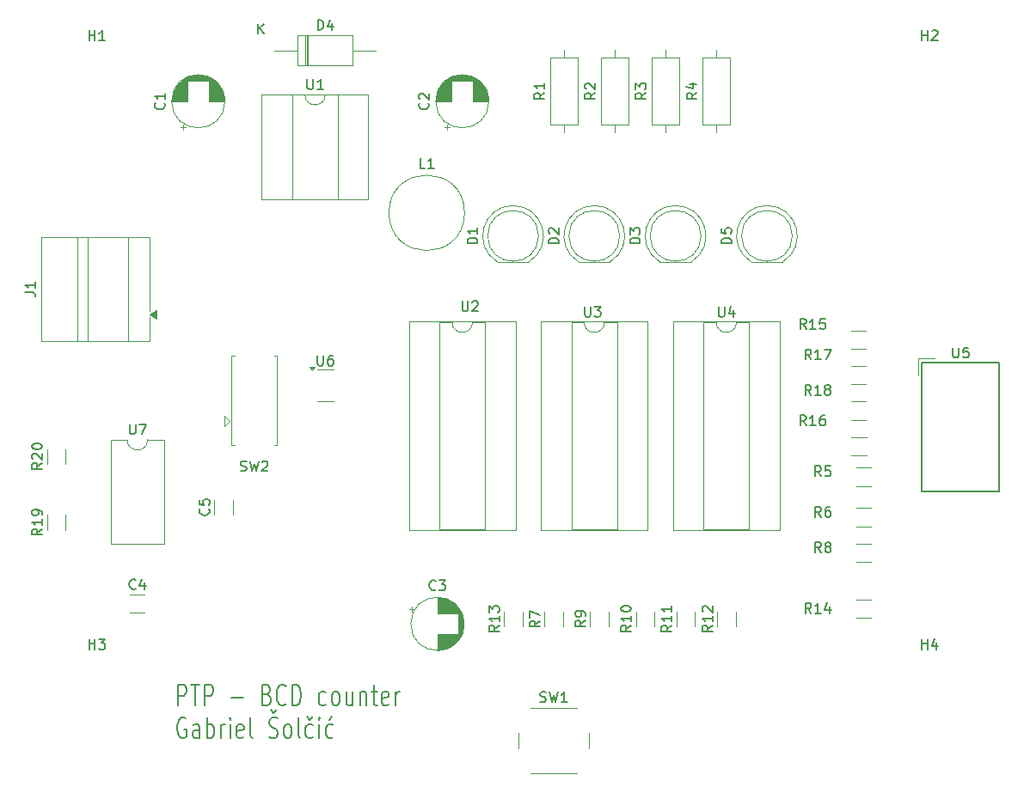
<source format=gbr>
%TF.GenerationSoftware,KiCad,Pcbnew,9.0.3*%
%TF.CreationDate,2025-12-16T11:32:59+01:00*%
%TF.ProjectId,PTP_project1,5054505f-7072-46f6-9a65-6374312e6b69,rev?*%
%TF.SameCoordinates,Original*%
%TF.FileFunction,Legend,Top*%
%TF.FilePolarity,Positive*%
%FSLAX46Y46*%
G04 Gerber Fmt 4.6, Leading zero omitted, Abs format (unit mm)*
G04 Created by KiCad (PCBNEW 9.0.3) date 2025-12-16 11:32:59*
%MOMM*%
%LPD*%
G01*
G04 APERTURE LIST*
%ADD10C,0.200000*%
%ADD11C,0.150000*%
%ADD12C,0.120000*%
G04 APERTURE END LIST*
D10*
X117988720Y-99524950D02*
X117988720Y-97524950D01*
X117988720Y-97524950D02*
X118560149Y-97524950D01*
X118560149Y-97524950D02*
X118703006Y-97620188D01*
X118703006Y-97620188D02*
X118774435Y-97715426D01*
X118774435Y-97715426D02*
X118845863Y-97905902D01*
X118845863Y-97905902D02*
X118845863Y-98191616D01*
X118845863Y-98191616D02*
X118774435Y-98382092D01*
X118774435Y-98382092D02*
X118703006Y-98477331D01*
X118703006Y-98477331D02*
X118560149Y-98572569D01*
X118560149Y-98572569D02*
X117988720Y-98572569D01*
X119274435Y-97524950D02*
X120131578Y-97524950D01*
X119703006Y-99524950D02*
X119703006Y-97524950D01*
X120631577Y-99524950D02*
X120631577Y-97524950D01*
X120631577Y-97524950D02*
X121203006Y-97524950D01*
X121203006Y-97524950D02*
X121345863Y-97620188D01*
X121345863Y-97620188D02*
X121417292Y-97715426D01*
X121417292Y-97715426D02*
X121488720Y-97905902D01*
X121488720Y-97905902D02*
X121488720Y-98191616D01*
X121488720Y-98191616D02*
X121417292Y-98382092D01*
X121417292Y-98382092D02*
X121345863Y-98477331D01*
X121345863Y-98477331D02*
X121203006Y-98572569D01*
X121203006Y-98572569D02*
X120631577Y-98572569D01*
X123274434Y-98763045D02*
X124417292Y-98763045D01*
X126774434Y-98477331D02*
X126988720Y-98572569D01*
X126988720Y-98572569D02*
X127060149Y-98667807D01*
X127060149Y-98667807D02*
X127131577Y-98858283D01*
X127131577Y-98858283D02*
X127131577Y-99143997D01*
X127131577Y-99143997D02*
X127060149Y-99334473D01*
X127060149Y-99334473D02*
X126988720Y-99429712D01*
X126988720Y-99429712D02*
X126845863Y-99524950D01*
X126845863Y-99524950D02*
X126274434Y-99524950D01*
X126274434Y-99524950D02*
X126274434Y-97524950D01*
X126274434Y-97524950D02*
X126774434Y-97524950D01*
X126774434Y-97524950D02*
X126917292Y-97620188D01*
X126917292Y-97620188D02*
X126988720Y-97715426D01*
X126988720Y-97715426D02*
X127060149Y-97905902D01*
X127060149Y-97905902D02*
X127060149Y-98096378D01*
X127060149Y-98096378D02*
X126988720Y-98286854D01*
X126988720Y-98286854D02*
X126917292Y-98382092D01*
X126917292Y-98382092D02*
X126774434Y-98477331D01*
X126774434Y-98477331D02*
X126274434Y-98477331D01*
X128631577Y-99334473D02*
X128560149Y-99429712D01*
X128560149Y-99429712D02*
X128345863Y-99524950D01*
X128345863Y-99524950D02*
X128203006Y-99524950D01*
X128203006Y-99524950D02*
X127988720Y-99429712D01*
X127988720Y-99429712D02*
X127845863Y-99239235D01*
X127845863Y-99239235D02*
X127774434Y-99048759D01*
X127774434Y-99048759D02*
X127703006Y-98667807D01*
X127703006Y-98667807D02*
X127703006Y-98382092D01*
X127703006Y-98382092D02*
X127774434Y-98001140D01*
X127774434Y-98001140D02*
X127845863Y-97810664D01*
X127845863Y-97810664D02*
X127988720Y-97620188D01*
X127988720Y-97620188D02*
X128203006Y-97524950D01*
X128203006Y-97524950D02*
X128345863Y-97524950D01*
X128345863Y-97524950D02*
X128560149Y-97620188D01*
X128560149Y-97620188D02*
X128631577Y-97715426D01*
X129274434Y-99524950D02*
X129274434Y-97524950D01*
X129274434Y-97524950D02*
X129631577Y-97524950D01*
X129631577Y-97524950D02*
X129845863Y-97620188D01*
X129845863Y-97620188D02*
X129988720Y-97810664D01*
X129988720Y-97810664D02*
X130060149Y-98001140D01*
X130060149Y-98001140D02*
X130131577Y-98382092D01*
X130131577Y-98382092D02*
X130131577Y-98667807D01*
X130131577Y-98667807D02*
X130060149Y-99048759D01*
X130060149Y-99048759D02*
X129988720Y-99239235D01*
X129988720Y-99239235D02*
X129845863Y-99429712D01*
X129845863Y-99429712D02*
X129631577Y-99524950D01*
X129631577Y-99524950D02*
X129274434Y-99524950D01*
X132560149Y-99429712D02*
X132417291Y-99524950D01*
X132417291Y-99524950D02*
X132131577Y-99524950D01*
X132131577Y-99524950D02*
X131988720Y-99429712D01*
X131988720Y-99429712D02*
X131917291Y-99334473D01*
X131917291Y-99334473D02*
X131845863Y-99143997D01*
X131845863Y-99143997D02*
X131845863Y-98572569D01*
X131845863Y-98572569D02*
X131917291Y-98382092D01*
X131917291Y-98382092D02*
X131988720Y-98286854D01*
X131988720Y-98286854D02*
X132131577Y-98191616D01*
X132131577Y-98191616D02*
X132417291Y-98191616D01*
X132417291Y-98191616D02*
X132560149Y-98286854D01*
X133417291Y-99524950D02*
X133274434Y-99429712D01*
X133274434Y-99429712D02*
X133203005Y-99334473D01*
X133203005Y-99334473D02*
X133131577Y-99143997D01*
X133131577Y-99143997D02*
X133131577Y-98572569D01*
X133131577Y-98572569D02*
X133203005Y-98382092D01*
X133203005Y-98382092D02*
X133274434Y-98286854D01*
X133274434Y-98286854D02*
X133417291Y-98191616D01*
X133417291Y-98191616D02*
X133631577Y-98191616D01*
X133631577Y-98191616D02*
X133774434Y-98286854D01*
X133774434Y-98286854D02*
X133845863Y-98382092D01*
X133845863Y-98382092D02*
X133917291Y-98572569D01*
X133917291Y-98572569D02*
X133917291Y-99143997D01*
X133917291Y-99143997D02*
X133845863Y-99334473D01*
X133845863Y-99334473D02*
X133774434Y-99429712D01*
X133774434Y-99429712D02*
X133631577Y-99524950D01*
X133631577Y-99524950D02*
X133417291Y-99524950D01*
X135203006Y-98191616D02*
X135203006Y-99524950D01*
X134560148Y-98191616D02*
X134560148Y-99239235D01*
X134560148Y-99239235D02*
X134631577Y-99429712D01*
X134631577Y-99429712D02*
X134774434Y-99524950D01*
X134774434Y-99524950D02*
X134988720Y-99524950D01*
X134988720Y-99524950D02*
X135131577Y-99429712D01*
X135131577Y-99429712D02*
X135203006Y-99334473D01*
X135917291Y-98191616D02*
X135917291Y-99524950D01*
X135917291Y-98382092D02*
X135988720Y-98286854D01*
X135988720Y-98286854D02*
X136131577Y-98191616D01*
X136131577Y-98191616D02*
X136345863Y-98191616D01*
X136345863Y-98191616D02*
X136488720Y-98286854D01*
X136488720Y-98286854D02*
X136560149Y-98477331D01*
X136560149Y-98477331D02*
X136560149Y-99524950D01*
X137060149Y-98191616D02*
X137631577Y-98191616D01*
X137274434Y-97524950D02*
X137274434Y-99239235D01*
X137274434Y-99239235D02*
X137345863Y-99429712D01*
X137345863Y-99429712D02*
X137488720Y-99524950D01*
X137488720Y-99524950D02*
X137631577Y-99524950D01*
X138703006Y-99429712D02*
X138560149Y-99524950D01*
X138560149Y-99524950D02*
X138274435Y-99524950D01*
X138274435Y-99524950D02*
X138131577Y-99429712D01*
X138131577Y-99429712D02*
X138060149Y-99239235D01*
X138060149Y-99239235D02*
X138060149Y-98477331D01*
X138060149Y-98477331D02*
X138131577Y-98286854D01*
X138131577Y-98286854D02*
X138274435Y-98191616D01*
X138274435Y-98191616D02*
X138560149Y-98191616D01*
X138560149Y-98191616D02*
X138703006Y-98286854D01*
X138703006Y-98286854D02*
X138774435Y-98477331D01*
X138774435Y-98477331D02*
X138774435Y-98667807D01*
X138774435Y-98667807D02*
X138060149Y-98858283D01*
X139417291Y-99524950D02*
X139417291Y-98191616D01*
X139417291Y-98572569D02*
X139488720Y-98382092D01*
X139488720Y-98382092D02*
X139560149Y-98286854D01*
X139560149Y-98286854D02*
X139703006Y-98191616D01*
X139703006Y-98191616D02*
X139845863Y-98191616D01*
X118774435Y-100840076D02*
X118631578Y-100744838D01*
X118631578Y-100744838D02*
X118417292Y-100744838D01*
X118417292Y-100744838D02*
X118203006Y-100840076D01*
X118203006Y-100840076D02*
X118060149Y-101030552D01*
X118060149Y-101030552D02*
X117988720Y-101221028D01*
X117988720Y-101221028D02*
X117917292Y-101601980D01*
X117917292Y-101601980D02*
X117917292Y-101887695D01*
X117917292Y-101887695D02*
X117988720Y-102268647D01*
X117988720Y-102268647D02*
X118060149Y-102459123D01*
X118060149Y-102459123D02*
X118203006Y-102649600D01*
X118203006Y-102649600D02*
X118417292Y-102744838D01*
X118417292Y-102744838D02*
X118560149Y-102744838D01*
X118560149Y-102744838D02*
X118774435Y-102649600D01*
X118774435Y-102649600D02*
X118845863Y-102554361D01*
X118845863Y-102554361D02*
X118845863Y-101887695D01*
X118845863Y-101887695D02*
X118560149Y-101887695D01*
X120131578Y-102744838D02*
X120131578Y-101697219D01*
X120131578Y-101697219D02*
X120060149Y-101506742D01*
X120060149Y-101506742D02*
X119917292Y-101411504D01*
X119917292Y-101411504D02*
X119631578Y-101411504D01*
X119631578Y-101411504D02*
X119488720Y-101506742D01*
X120131578Y-102649600D02*
X119988720Y-102744838D01*
X119988720Y-102744838D02*
X119631578Y-102744838D01*
X119631578Y-102744838D02*
X119488720Y-102649600D01*
X119488720Y-102649600D02*
X119417292Y-102459123D01*
X119417292Y-102459123D02*
X119417292Y-102268647D01*
X119417292Y-102268647D02*
X119488720Y-102078171D01*
X119488720Y-102078171D02*
X119631578Y-101982933D01*
X119631578Y-101982933D02*
X119988720Y-101982933D01*
X119988720Y-101982933D02*
X120131578Y-101887695D01*
X120845863Y-102744838D02*
X120845863Y-100744838D01*
X120845863Y-101506742D02*
X120988721Y-101411504D01*
X120988721Y-101411504D02*
X121274435Y-101411504D01*
X121274435Y-101411504D02*
X121417292Y-101506742D01*
X121417292Y-101506742D02*
X121488721Y-101601980D01*
X121488721Y-101601980D02*
X121560149Y-101792457D01*
X121560149Y-101792457D02*
X121560149Y-102363885D01*
X121560149Y-102363885D02*
X121488721Y-102554361D01*
X121488721Y-102554361D02*
X121417292Y-102649600D01*
X121417292Y-102649600D02*
X121274435Y-102744838D01*
X121274435Y-102744838D02*
X120988721Y-102744838D01*
X120988721Y-102744838D02*
X120845863Y-102649600D01*
X122203006Y-102744838D02*
X122203006Y-101411504D01*
X122203006Y-101792457D02*
X122274435Y-101601980D01*
X122274435Y-101601980D02*
X122345864Y-101506742D01*
X122345864Y-101506742D02*
X122488721Y-101411504D01*
X122488721Y-101411504D02*
X122631578Y-101411504D01*
X123131577Y-102744838D02*
X123131577Y-101411504D01*
X123131577Y-100744838D02*
X123060149Y-100840076D01*
X123060149Y-100840076D02*
X123131577Y-100935314D01*
X123131577Y-100935314D02*
X123203006Y-100840076D01*
X123203006Y-100840076D02*
X123131577Y-100744838D01*
X123131577Y-100744838D02*
X123131577Y-100935314D01*
X124417292Y-102649600D02*
X124274435Y-102744838D01*
X124274435Y-102744838D02*
X123988721Y-102744838D01*
X123988721Y-102744838D02*
X123845863Y-102649600D01*
X123845863Y-102649600D02*
X123774435Y-102459123D01*
X123774435Y-102459123D02*
X123774435Y-101697219D01*
X123774435Y-101697219D02*
X123845863Y-101506742D01*
X123845863Y-101506742D02*
X123988721Y-101411504D01*
X123988721Y-101411504D02*
X124274435Y-101411504D01*
X124274435Y-101411504D02*
X124417292Y-101506742D01*
X124417292Y-101506742D02*
X124488721Y-101697219D01*
X124488721Y-101697219D02*
X124488721Y-101887695D01*
X124488721Y-101887695D02*
X123774435Y-102078171D01*
X125345863Y-102744838D02*
X125203006Y-102649600D01*
X125203006Y-102649600D02*
X125131577Y-102459123D01*
X125131577Y-102459123D02*
X125131577Y-100744838D01*
X126988720Y-102649600D02*
X127203006Y-102744838D01*
X127203006Y-102744838D02*
X127560148Y-102744838D01*
X127560148Y-102744838D02*
X127703006Y-102649600D01*
X127703006Y-102649600D02*
X127774434Y-102554361D01*
X127774434Y-102554361D02*
X127845863Y-102363885D01*
X127845863Y-102363885D02*
X127845863Y-102173409D01*
X127845863Y-102173409D02*
X127774434Y-101982933D01*
X127774434Y-101982933D02*
X127703006Y-101887695D01*
X127703006Y-101887695D02*
X127560148Y-101792457D01*
X127560148Y-101792457D02*
X127274434Y-101697219D01*
X127274434Y-101697219D02*
X127131577Y-101601980D01*
X127131577Y-101601980D02*
X127060148Y-101506742D01*
X127060148Y-101506742D02*
X126988720Y-101316266D01*
X126988720Y-101316266D02*
X126988720Y-101125790D01*
X126988720Y-101125790D02*
X127060148Y-100935314D01*
X127060148Y-100935314D02*
X127131577Y-100840076D01*
X127131577Y-100840076D02*
X127274434Y-100744838D01*
X127274434Y-100744838D02*
X127631577Y-100744838D01*
X127631577Y-100744838D02*
X127845863Y-100840076D01*
X127131577Y-99982933D02*
X127417291Y-100268647D01*
X127417291Y-100268647D02*
X127703006Y-99982933D01*
X128703005Y-102744838D02*
X128560148Y-102649600D01*
X128560148Y-102649600D02*
X128488719Y-102554361D01*
X128488719Y-102554361D02*
X128417291Y-102363885D01*
X128417291Y-102363885D02*
X128417291Y-101792457D01*
X128417291Y-101792457D02*
X128488719Y-101601980D01*
X128488719Y-101601980D02*
X128560148Y-101506742D01*
X128560148Y-101506742D02*
X128703005Y-101411504D01*
X128703005Y-101411504D02*
X128917291Y-101411504D01*
X128917291Y-101411504D02*
X129060148Y-101506742D01*
X129060148Y-101506742D02*
X129131577Y-101601980D01*
X129131577Y-101601980D02*
X129203005Y-101792457D01*
X129203005Y-101792457D02*
X129203005Y-102363885D01*
X129203005Y-102363885D02*
X129131577Y-102554361D01*
X129131577Y-102554361D02*
X129060148Y-102649600D01*
X129060148Y-102649600D02*
X128917291Y-102744838D01*
X128917291Y-102744838D02*
X128703005Y-102744838D01*
X130060148Y-102744838D02*
X129917291Y-102649600D01*
X129917291Y-102649600D02*
X129845862Y-102459123D01*
X129845862Y-102459123D02*
X129845862Y-100744838D01*
X131274434Y-102649600D02*
X131131576Y-102744838D01*
X131131576Y-102744838D02*
X130845862Y-102744838D01*
X130845862Y-102744838D02*
X130703005Y-102649600D01*
X130703005Y-102649600D02*
X130631576Y-102554361D01*
X130631576Y-102554361D02*
X130560148Y-102363885D01*
X130560148Y-102363885D02*
X130560148Y-101792457D01*
X130560148Y-101792457D02*
X130631576Y-101601980D01*
X130631576Y-101601980D02*
X130703005Y-101506742D01*
X130703005Y-101506742D02*
X130845862Y-101411504D01*
X130845862Y-101411504D02*
X131131576Y-101411504D01*
X131131576Y-101411504D02*
X131274434Y-101506742D01*
X130703005Y-100649600D02*
X130988719Y-100935314D01*
X130988719Y-100935314D02*
X131274434Y-100649600D01*
X131917290Y-102744838D02*
X131917290Y-101411504D01*
X131917290Y-100744838D02*
X131845862Y-100840076D01*
X131845862Y-100840076D02*
X131917290Y-100935314D01*
X131917290Y-100935314D02*
X131988719Y-100840076D01*
X131988719Y-100840076D02*
X131917290Y-100744838D01*
X131917290Y-100744838D02*
X131917290Y-100935314D01*
X133274434Y-102649600D02*
X133131576Y-102744838D01*
X133131576Y-102744838D02*
X132845862Y-102744838D01*
X132845862Y-102744838D02*
X132703005Y-102649600D01*
X132703005Y-102649600D02*
X132631576Y-102554361D01*
X132631576Y-102554361D02*
X132560148Y-102363885D01*
X132560148Y-102363885D02*
X132560148Y-101792457D01*
X132560148Y-101792457D02*
X132631576Y-101601980D01*
X132631576Y-101601980D02*
X132703005Y-101506742D01*
X132703005Y-101506742D02*
X132845862Y-101411504D01*
X132845862Y-101411504D02*
X133131576Y-101411504D01*
X133131576Y-101411504D02*
X133274434Y-101506742D01*
X133131576Y-100649600D02*
X132917291Y-100935314D01*
D11*
X191238095Y-94004819D02*
X191238095Y-93004819D01*
X191238095Y-93481009D02*
X191809523Y-93481009D01*
X191809523Y-94004819D02*
X191809523Y-93004819D01*
X192714285Y-93338152D02*
X192714285Y-94004819D01*
X192476190Y-92957200D02*
X192238095Y-93671485D01*
X192238095Y-93671485D02*
X192857142Y-93671485D01*
X158124819Y-91166666D02*
X157648628Y-91499999D01*
X158124819Y-91738094D02*
X157124819Y-91738094D01*
X157124819Y-91738094D02*
X157124819Y-91357142D01*
X157124819Y-91357142D02*
X157172438Y-91261904D01*
X157172438Y-91261904D02*
X157220057Y-91214285D01*
X157220057Y-91214285D02*
X157315295Y-91166666D01*
X157315295Y-91166666D02*
X157458152Y-91166666D01*
X157458152Y-91166666D02*
X157553390Y-91214285D01*
X157553390Y-91214285D02*
X157601009Y-91261904D01*
X157601009Y-91261904D02*
X157648628Y-91357142D01*
X157648628Y-91357142D02*
X157648628Y-91738094D01*
X158124819Y-90690475D02*
X158124819Y-90499999D01*
X158124819Y-90499999D02*
X158077200Y-90404761D01*
X158077200Y-90404761D02*
X158029580Y-90357142D01*
X158029580Y-90357142D02*
X157886723Y-90261904D01*
X157886723Y-90261904D02*
X157696247Y-90214285D01*
X157696247Y-90214285D02*
X157315295Y-90214285D01*
X157315295Y-90214285D02*
X157220057Y-90261904D01*
X157220057Y-90261904D02*
X157172438Y-90309523D01*
X157172438Y-90309523D02*
X157124819Y-90404761D01*
X157124819Y-90404761D02*
X157124819Y-90595237D01*
X157124819Y-90595237D02*
X157172438Y-90690475D01*
X157172438Y-90690475D02*
X157220057Y-90738094D01*
X157220057Y-90738094D02*
X157315295Y-90785713D01*
X157315295Y-90785713D02*
X157553390Y-90785713D01*
X157553390Y-90785713D02*
X157648628Y-90738094D01*
X157648628Y-90738094D02*
X157696247Y-90690475D01*
X157696247Y-90690475D02*
X157743866Y-90595237D01*
X157743866Y-90595237D02*
X157743866Y-90404761D01*
X157743866Y-90404761D02*
X157696247Y-90309523D01*
X157696247Y-90309523D02*
X157648628Y-90261904D01*
X157648628Y-90261904D02*
X157553390Y-90214285D01*
X145983095Y-59699819D02*
X145983095Y-60509342D01*
X145983095Y-60509342D02*
X146030714Y-60604580D01*
X146030714Y-60604580D02*
X146078333Y-60652200D01*
X146078333Y-60652200D02*
X146173571Y-60699819D01*
X146173571Y-60699819D02*
X146364047Y-60699819D01*
X146364047Y-60699819D02*
X146459285Y-60652200D01*
X146459285Y-60652200D02*
X146506904Y-60604580D01*
X146506904Y-60604580D02*
X146554523Y-60509342D01*
X146554523Y-60509342D02*
X146554523Y-59699819D01*
X146983095Y-59795057D02*
X147030714Y-59747438D01*
X147030714Y-59747438D02*
X147125952Y-59699819D01*
X147125952Y-59699819D02*
X147364047Y-59699819D01*
X147364047Y-59699819D02*
X147459285Y-59747438D01*
X147459285Y-59747438D02*
X147506904Y-59795057D01*
X147506904Y-59795057D02*
X147554523Y-59890295D01*
X147554523Y-59890295D02*
X147554523Y-59985533D01*
X147554523Y-59985533D02*
X147506904Y-60128390D01*
X147506904Y-60128390D02*
X146935476Y-60699819D01*
X146935476Y-60699819D02*
X147554523Y-60699819D01*
X180357142Y-90454819D02*
X180023809Y-89978628D01*
X179785714Y-90454819D02*
X179785714Y-89454819D01*
X179785714Y-89454819D02*
X180166666Y-89454819D01*
X180166666Y-89454819D02*
X180261904Y-89502438D01*
X180261904Y-89502438D02*
X180309523Y-89550057D01*
X180309523Y-89550057D02*
X180357142Y-89645295D01*
X180357142Y-89645295D02*
X180357142Y-89788152D01*
X180357142Y-89788152D02*
X180309523Y-89883390D01*
X180309523Y-89883390D02*
X180261904Y-89931009D01*
X180261904Y-89931009D02*
X180166666Y-89978628D01*
X180166666Y-89978628D02*
X179785714Y-89978628D01*
X181309523Y-90454819D02*
X180738095Y-90454819D01*
X181023809Y-90454819D02*
X181023809Y-89454819D01*
X181023809Y-89454819D02*
X180928571Y-89597676D01*
X180928571Y-89597676D02*
X180833333Y-89692914D01*
X180833333Y-89692914D02*
X180738095Y-89740533D01*
X182166666Y-89788152D02*
X182166666Y-90454819D01*
X181928571Y-89407200D02*
X181690476Y-90121485D01*
X181690476Y-90121485D02*
X182309523Y-90121485D01*
X181333333Y-80954819D02*
X181000000Y-80478628D01*
X180761905Y-80954819D02*
X180761905Y-79954819D01*
X180761905Y-79954819D02*
X181142857Y-79954819D01*
X181142857Y-79954819D02*
X181238095Y-80002438D01*
X181238095Y-80002438D02*
X181285714Y-80050057D01*
X181285714Y-80050057D02*
X181333333Y-80145295D01*
X181333333Y-80145295D02*
X181333333Y-80288152D01*
X181333333Y-80288152D02*
X181285714Y-80383390D01*
X181285714Y-80383390D02*
X181238095Y-80431009D01*
X181238095Y-80431009D02*
X181142857Y-80478628D01*
X181142857Y-80478628D02*
X180761905Y-80478628D01*
X182190476Y-79954819D02*
X182000000Y-79954819D01*
X182000000Y-79954819D02*
X181904762Y-80002438D01*
X181904762Y-80002438D02*
X181857143Y-80050057D01*
X181857143Y-80050057D02*
X181761905Y-80192914D01*
X181761905Y-80192914D02*
X181714286Y-80383390D01*
X181714286Y-80383390D02*
X181714286Y-80764342D01*
X181714286Y-80764342D02*
X181761905Y-80859580D01*
X181761905Y-80859580D02*
X181809524Y-80907200D01*
X181809524Y-80907200D02*
X181904762Y-80954819D01*
X181904762Y-80954819D02*
X182095238Y-80954819D01*
X182095238Y-80954819D02*
X182190476Y-80907200D01*
X182190476Y-80907200D02*
X182238095Y-80859580D01*
X182238095Y-80859580D02*
X182285714Y-80764342D01*
X182285714Y-80764342D02*
X182285714Y-80526247D01*
X182285714Y-80526247D02*
X182238095Y-80431009D01*
X182238095Y-80431009D02*
X182190476Y-80383390D01*
X182190476Y-80383390D02*
X182095238Y-80335771D01*
X182095238Y-80335771D02*
X181904762Y-80335771D01*
X181904762Y-80335771D02*
X181809524Y-80383390D01*
X181809524Y-80383390D02*
X181761905Y-80431009D01*
X181761905Y-80431009D02*
X181714286Y-80526247D01*
X169084819Y-39166666D02*
X168608628Y-39499999D01*
X169084819Y-39738094D02*
X168084819Y-39738094D01*
X168084819Y-39738094D02*
X168084819Y-39357142D01*
X168084819Y-39357142D02*
X168132438Y-39261904D01*
X168132438Y-39261904D02*
X168180057Y-39214285D01*
X168180057Y-39214285D02*
X168275295Y-39166666D01*
X168275295Y-39166666D02*
X168418152Y-39166666D01*
X168418152Y-39166666D02*
X168513390Y-39214285D01*
X168513390Y-39214285D02*
X168561009Y-39261904D01*
X168561009Y-39261904D02*
X168608628Y-39357142D01*
X168608628Y-39357142D02*
X168608628Y-39738094D01*
X168418152Y-38309523D02*
X169084819Y-38309523D01*
X168037200Y-38547618D02*
X168751485Y-38785713D01*
X168751485Y-38785713D02*
X168751485Y-38166666D01*
X131761905Y-32984819D02*
X131761905Y-31984819D01*
X131761905Y-31984819D02*
X132000000Y-31984819D01*
X132000000Y-31984819D02*
X132142857Y-32032438D01*
X132142857Y-32032438D02*
X132238095Y-32127676D01*
X132238095Y-32127676D02*
X132285714Y-32222914D01*
X132285714Y-32222914D02*
X132333333Y-32413390D01*
X132333333Y-32413390D02*
X132333333Y-32556247D01*
X132333333Y-32556247D02*
X132285714Y-32746723D01*
X132285714Y-32746723D02*
X132238095Y-32841961D01*
X132238095Y-32841961D02*
X132142857Y-32937200D01*
X132142857Y-32937200D02*
X132000000Y-32984819D01*
X132000000Y-32984819D02*
X131761905Y-32984819D01*
X133190476Y-32318152D02*
X133190476Y-32984819D01*
X132952381Y-31937200D02*
X132714286Y-32651485D01*
X132714286Y-32651485D02*
X133333333Y-32651485D01*
X125888095Y-33354819D02*
X125888095Y-32354819D01*
X126459523Y-33354819D02*
X126030952Y-32783390D01*
X126459523Y-32354819D02*
X125888095Y-32926247D01*
X131738095Y-65054819D02*
X131738095Y-65864342D01*
X131738095Y-65864342D02*
X131785714Y-65959580D01*
X131785714Y-65959580D02*
X131833333Y-66007200D01*
X131833333Y-66007200D02*
X131928571Y-66054819D01*
X131928571Y-66054819D02*
X132119047Y-66054819D01*
X132119047Y-66054819D02*
X132214285Y-66007200D01*
X132214285Y-66007200D02*
X132261904Y-65959580D01*
X132261904Y-65959580D02*
X132309523Y-65864342D01*
X132309523Y-65864342D02*
X132309523Y-65054819D01*
X133214285Y-65054819D02*
X133023809Y-65054819D01*
X133023809Y-65054819D02*
X132928571Y-65102438D01*
X132928571Y-65102438D02*
X132880952Y-65150057D01*
X132880952Y-65150057D02*
X132785714Y-65292914D01*
X132785714Y-65292914D02*
X132738095Y-65483390D01*
X132738095Y-65483390D02*
X132738095Y-65864342D01*
X132738095Y-65864342D02*
X132785714Y-65959580D01*
X132785714Y-65959580D02*
X132833333Y-66007200D01*
X132833333Y-66007200D02*
X132928571Y-66054819D01*
X132928571Y-66054819D02*
X133119047Y-66054819D01*
X133119047Y-66054819D02*
X133214285Y-66007200D01*
X133214285Y-66007200D02*
X133261904Y-65959580D01*
X133261904Y-65959580D02*
X133309523Y-65864342D01*
X133309523Y-65864342D02*
X133309523Y-65626247D01*
X133309523Y-65626247D02*
X133261904Y-65531009D01*
X133261904Y-65531009D02*
X133214285Y-65483390D01*
X133214285Y-65483390D02*
X133119047Y-65435771D01*
X133119047Y-65435771D02*
X132928571Y-65435771D01*
X132928571Y-65435771D02*
X132833333Y-65483390D01*
X132833333Y-65483390D02*
X132785714Y-65531009D01*
X132785714Y-65531009D02*
X132738095Y-65626247D01*
X180357142Y-68954819D02*
X180023809Y-68478628D01*
X179785714Y-68954819D02*
X179785714Y-67954819D01*
X179785714Y-67954819D02*
X180166666Y-67954819D01*
X180166666Y-67954819D02*
X180261904Y-68002438D01*
X180261904Y-68002438D02*
X180309523Y-68050057D01*
X180309523Y-68050057D02*
X180357142Y-68145295D01*
X180357142Y-68145295D02*
X180357142Y-68288152D01*
X180357142Y-68288152D02*
X180309523Y-68383390D01*
X180309523Y-68383390D02*
X180261904Y-68431009D01*
X180261904Y-68431009D02*
X180166666Y-68478628D01*
X180166666Y-68478628D02*
X179785714Y-68478628D01*
X181309523Y-68954819D02*
X180738095Y-68954819D01*
X181023809Y-68954819D02*
X181023809Y-67954819D01*
X181023809Y-67954819D02*
X180928571Y-68097676D01*
X180928571Y-68097676D02*
X180833333Y-68192914D01*
X180833333Y-68192914D02*
X180738095Y-68240533D01*
X181880952Y-68383390D02*
X181785714Y-68335771D01*
X181785714Y-68335771D02*
X181738095Y-68288152D01*
X181738095Y-68288152D02*
X181690476Y-68192914D01*
X181690476Y-68192914D02*
X181690476Y-68145295D01*
X181690476Y-68145295D02*
X181738095Y-68050057D01*
X181738095Y-68050057D02*
X181785714Y-68002438D01*
X181785714Y-68002438D02*
X181880952Y-67954819D01*
X181880952Y-67954819D02*
X182071428Y-67954819D01*
X182071428Y-67954819D02*
X182166666Y-68002438D01*
X182166666Y-68002438D02*
X182214285Y-68050057D01*
X182214285Y-68050057D02*
X182261904Y-68145295D01*
X182261904Y-68145295D02*
X182261904Y-68192914D01*
X182261904Y-68192914D02*
X182214285Y-68288152D01*
X182214285Y-68288152D02*
X182166666Y-68335771D01*
X182166666Y-68335771D02*
X182071428Y-68383390D01*
X182071428Y-68383390D02*
X181880952Y-68383390D01*
X181880952Y-68383390D02*
X181785714Y-68431009D01*
X181785714Y-68431009D02*
X181738095Y-68478628D01*
X181738095Y-68478628D02*
X181690476Y-68573866D01*
X181690476Y-68573866D02*
X181690476Y-68764342D01*
X181690476Y-68764342D02*
X181738095Y-68859580D01*
X181738095Y-68859580D02*
X181785714Y-68907200D01*
X181785714Y-68907200D02*
X181880952Y-68954819D01*
X181880952Y-68954819D02*
X182071428Y-68954819D01*
X182071428Y-68954819D02*
X182166666Y-68907200D01*
X182166666Y-68907200D02*
X182214285Y-68859580D01*
X182214285Y-68859580D02*
X182261904Y-68764342D01*
X182261904Y-68764342D02*
X182261904Y-68573866D01*
X182261904Y-68573866D02*
X182214285Y-68478628D01*
X182214285Y-68478628D02*
X182166666Y-68431009D01*
X182166666Y-68431009D02*
X182071428Y-68383390D01*
X130738095Y-37814819D02*
X130738095Y-38624342D01*
X130738095Y-38624342D02*
X130785714Y-38719580D01*
X130785714Y-38719580D02*
X130833333Y-38767200D01*
X130833333Y-38767200D02*
X130928571Y-38814819D01*
X130928571Y-38814819D02*
X131119047Y-38814819D01*
X131119047Y-38814819D02*
X131214285Y-38767200D01*
X131214285Y-38767200D02*
X131261904Y-38719580D01*
X131261904Y-38719580D02*
X131309523Y-38624342D01*
X131309523Y-38624342D02*
X131309523Y-37814819D01*
X132309523Y-38814819D02*
X131738095Y-38814819D01*
X132023809Y-38814819D02*
X132023809Y-37814819D01*
X132023809Y-37814819D02*
X131928571Y-37957676D01*
X131928571Y-37957676D02*
X131833333Y-38052914D01*
X131833333Y-38052914D02*
X131738095Y-38100533D01*
X162624819Y-91642857D02*
X162148628Y-91976190D01*
X162624819Y-92214285D02*
X161624819Y-92214285D01*
X161624819Y-92214285D02*
X161624819Y-91833333D01*
X161624819Y-91833333D02*
X161672438Y-91738095D01*
X161672438Y-91738095D02*
X161720057Y-91690476D01*
X161720057Y-91690476D02*
X161815295Y-91642857D01*
X161815295Y-91642857D02*
X161958152Y-91642857D01*
X161958152Y-91642857D02*
X162053390Y-91690476D01*
X162053390Y-91690476D02*
X162101009Y-91738095D01*
X162101009Y-91738095D02*
X162148628Y-91833333D01*
X162148628Y-91833333D02*
X162148628Y-92214285D01*
X162624819Y-90690476D02*
X162624819Y-91261904D01*
X162624819Y-90976190D02*
X161624819Y-90976190D01*
X161624819Y-90976190D02*
X161767676Y-91071428D01*
X161767676Y-91071428D02*
X161862914Y-91166666D01*
X161862914Y-91166666D02*
X161910533Y-91261904D01*
X161624819Y-90071428D02*
X161624819Y-89976190D01*
X161624819Y-89976190D02*
X161672438Y-89880952D01*
X161672438Y-89880952D02*
X161720057Y-89833333D01*
X161720057Y-89833333D02*
X161815295Y-89785714D01*
X161815295Y-89785714D02*
X162005771Y-89738095D01*
X162005771Y-89738095D02*
X162243866Y-89738095D01*
X162243866Y-89738095D02*
X162434342Y-89785714D01*
X162434342Y-89785714D02*
X162529580Y-89833333D01*
X162529580Y-89833333D02*
X162577200Y-89880952D01*
X162577200Y-89880952D02*
X162624819Y-89976190D01*
X162624819Y-89976190D02*
X162624819Y-90071428D01*
X162624819Y-90071428D02*
X162577200Y-90166666D01*
X162577200Y-90166666D02*
X162529580Y-90214285D01*
X162529580Y-90214285D02*
X162434342Y-90261904D01*
X162434342Y-90261904D02*
X162243866Y-90309523D01*
X162243866Y-90309523D02*
X162005771Y-90309523D01*
X162005771Y-90309523D02*
X161815295Y-90261904D01*
X161815295Y-90261904D02*
X161720057Y-90214285D01*
X161720057Y-90214285D02*
X161672438Y-90166666D01*
X161672438Y-90166666D02*
X161624819Y-90071428D01*
X113833333Y-88009580D02*
X113785714Y-88057200D01*
X113785714Y-88057200D02*
X113642857Y-88104819D01*
X113642857Y-88104819D02*
X113547619Y-88104819D01*
X113547619Y-88104819D02*
X113404762Y-88057200D01*
X113404762Y-88057200D02*
X113309524Y-87961961D01*
X113309524Y-87961961D02*
X113261905Y-87866723D01*
X113261905Y-87866723D02*
X113214286Y-87676247D01*
X113214286Y-87676247D02*
X113214286Y-87533390D01*
X113214286Y-87533390D02*
X113261905Y-87342914D01*
X113261905Y-87342914D02*
X113309524Y-87247676D01*
X113309524Y-87247676D02*
X113404762Y-87152438D01*
X113404762Y-87152438D02*
X113547619Y-87104819D01*
X113547619Y-87104819D02*
X113642857Y-87104819D01*
X113642857Y-87104819D02*
X113785714Y-87152438D01*
X113785714Y-87152438D02*
X113833333Y-87200057D01*
X114690476Y-87438152D02*
X114690476Y-88104819D01*
X114452381Y-87057200D02*
X114214286Y-87771485D01*
X114214286Y-87771485D02*
X114833333Y-87771485D01*
X158048095Y-60234819D02*
X158048095Y-61044342D01*
X158048095Y-61044342D02*
X158095714Y-61139580D01*
X158095714Y-61139580D02*
X158143333Y-61187200D01*
X158143333Y-61187200D02*
X158238571Y-61234819D01*
X158238571Y-61234819D02*
X158429047Y-61234819D01*
X158429047Y-61234819D02*
X158524285Y-61187200D01*
X158524285Y-61187200D02*
X158571904Y-61139580D01*
X158571904Y-61139580D02*
X158619523Y-61044342D01*
X158619523Y-61044342D02*
X158619523Y-60234819D01*
X159000476Y-60234819D02*
X159619523Y-60234819D01*
X159619523Y-60234819D02*
X159286190Y-60615771D01*
X159286190Y-60615771D02*
X159429047Y-60615771D01*
X159429047Y-60615771D02*
X159524285Y-60663390D01*
X159524285Y-60663390D02*
X159571904Y-60711009D01*
X159571904Y-60711009D02*
X159619523Y-60806247D01*
X159619523Y-60806247D02*
X159619523Y-61044342D01*
X159619523Y-61044342D02*
X159571904Y-61139580D01*
X159571904Y-61139580D02*
X159524285Y-61187200D01*
X159524285Y-61187200D02*
X159429047Y-61234819D01*
X159429047Y-61234819D02*
X159143333Y-61234819D01*
X159143333Y-61234819D02*
X159048095Y-61187200D01*
X159048095Y-61187200D02*
X159000476Y-61139580D01*
X163494819Y-54008094D02*
X162494819Y-54008094D01*
X162494819Y-54008094D02*
X162494819Y-53769999D01*
X162494819Y-53769999D02*
X162542438Y-53627142D01*
X162542438Y-53627142D02*
X162637676Y-53531904D01*
X162637676Y-53531904D02*
X162732914Y-53484285D01*
X162732914Y-53484285D02*
X162923390Y-53436666D01*
X162923390Y-53436666D02*
X163066247Y-53436666D01*
X163066247Y-53436666D02*
X163256723Y-53484285D01*
X163256723Y-53484285D02*
X163351961Y-53531904D01*
X163351961Y-53531904D02*
X163447200Y-53627142D01*
X163447200Y-53627142D02*
X163494819Y-53769999D01*
X163494819Y-53769999D02*
X163494819Y-54008094D01*
X162494819Y-53103332D02*
X162494819Y-52484285D01*
X162494819Y-52484285D02*
X162875771Y-52817618D01*
X162875771Y-52817618D02*
X162875771Y-52674761D01*
X162875771Y-52674761D02*
X162923390Y-52579523D01*
X162923390Y-52579523D02*
X162971009Y-52531904D01*
X162971009Y-52531904D02*
X163066247Y-52484285D01*
X163066247Y-52484285D02*
X163304342Y-52484285D01*
X163304342Y-52484285D02*
X163399580Y-52531904D01*
X163399580Y-52531904D02*
X163447200Y-52579523D01*
X163447200Y-52579523D02*
X163494819Y-52674761D01*
X163494819Y-52674761D02*
X163494819Y-52960475D01*
X163494819Y-52960475D02*
X163447200Y-53055713D01*
X163447200Y-53055713D02*
X163399580Y-53103332D01*
X171238095Y-60234819D02*
X171238095Y-61044342D01*
X171238095Y-61044342D02*
X171285714Y-61139580D01*
X171285714Y-61139580D02*
X171333333Y-61187200D01*
X171333333Y-61187200D02*
X171428571Y-61234819D01*
X171428571Y-61234819D02*
X171619047Y-61234819D01*
X171619047Y-61234819D02*
X171714285Y-61187200D01*
X171714285Y-61187200D02*
X171761904Y-61139580D01*
X171761904Y-61139580D02*
X171809523Y-61044342D01*
X171809523Y-61044342D02*
X171809523Y-60234819D01*
X172714285Y-60568152D02*
X172714285Y-61234819D01*
X172476190Y-60187200D02*
X172238095Y-60901485D01*
X172238095Y-60901485D02*
X172857142Y-60901485D01*
X142609580Y-40166666D02*
X142657200Y-40214285D01*
X142657200Y-40214285D02*
X142704819Y-40357142D01*
X142704819Y-40357142D02*
X142704819Y-40452380D01*
X142704819Y-40452380D02*
X142657200Y-40595237D01*
X142657200Y-40595237D02*
X142561961Y-40690475D01*
X142561961Y-40690475D02*
X142466723Y-40738094D01*
X142466723Y-40738094D02*
X142276247Y-40785713D01*
X142276247Y-40785713D02*
X142133390Y-40785713D01*
X142133390Y-40785713D02*
X141942914Y-40738094D01*
X141942914Y-40738094D02*
X141847676Y-40690475D01*
X141847676Y-40690475D02*
X141752438Y-40595237D01*
X141752438Y-40595237D02*
X141704819Y-40452380D01*
X141704819Y-40452380D02*
X141704819Y-40357142D01*
X141704819Y-40357142D02*
X141752438Y-40214285D01*
X141752438Y-40214285D02*
X141800057Y-40166666D01*
X141800057Y-39785713D02*
X141752438Y-39738094D01*
X141752438Y-39738094D02*
X141704819Y-39642856D01*
X141704819Y-39642856D02*
X141704819Y-39404761D01*
X141704819Y-39404761D02*
X141752438Y-39309523D01*
X141752438Y-39309523D02*
X141800057Y-39261904D01*
X141800057Y-39261904D02*
X141895295Y-39214285D01*
X141895295Y-39214285D02*
X141990533Y-39214285D01*
X141990533Y-39214285D02*
X142133390Y-39261904D01*
X142133390Y-39261904D02*
X142704819Y-39833332D01*
X142704819Y-39833332D02*
X142704819Y-39214285D01*
X149624819Y-91642857D02*
X149148628Y-91976190D01*
X149624819Y-92214285D02*
X148624819Y-92214285D01*
X148624819Y-92214285D02*
X148624819Y-91833333D01*
X148624819Y-91833333D02*
X148672438Y-91738095D01*
X148672438Y-91738095D02*
X148720057Y-91690476D01*
X148720057Y-91690476D02*
X148815295Y-91642857D01*
X148815295Y-91642857D02*
X148958152Y-91642857D01*
X148958152Y-91642857D02*
X149053390Y-91690476D01*
X149053390Y-91690476D02*
X149101009Y-91738095D01*
X149101009Y-91738095D02*
X149148628Y-91833333D01*
X149148628Y-91833333D02*
X149148628Y-92214285D01*
X149624819Y-90690476D02*
X149624819Y-91261904D01*
X149624819Y-90976190D02*
X148624819Y-90976190D01*
X148624819Y-90976190D02*
X148767676Y-91071428D01*
X148767676Y-91071428D02*
X148862914Y-91166666D01*
X148862914Y-91166666D02*
X148910533Y-91261904D01*
X148624819Y-90357142D02*
X148624819Y-89738095D01*
X148624819Y-89738095D02*
X149005771Y-90071428D01*
X149005771Y-90071428D02*
X149005771Y-89928571D01*
X149005771Y-89928571D02*
X149053390Y-89833333D01*
X149053390Y-89833333D02*
X149101009Y-89785714D01*
X149101009Y-89785714D02*
X149196247Y-89738095D01*
X149196247Y-89738095D02*
X149434342Y-89738095D01*
X149434342Y-89738095D02*
X149529580Y-89785714D01*
X149529580Y-89785714D02*
X149577200Y-89833333D01*
X149577200Y-89833333D02*
X149624819Y-89928571D01*
X149624819Y-89928571D02*
X149624819Y-90214285D01*
X149624819Y-90214285D02*
X149577200Y-90309523D01*
X149577200Y-90309523D02*
X149529580Y-90357142D01*
X102952319Y-58833333D02*
X103666604Y-58833333D01*
X103666604Y-58833333D02*
X103809461Y-58880952D01*
X103809461Y-58880952D02*
X103904700Y-58976190D01*
X103904700Y-58976190D02*
X103952319Y-59119047D01*
X103952319Y-59119047D02*
X103952319Y-59214285D01*
X103952319Y-57833333D02*
X103952319Y-58404761D01*
X103952319Y-58119047D02*
X102952319Y-58119047D01*
X102952319Y-58119047D02*
X103095176Y-58214285D01*
X103095176Y-58214285D02*
X103190414Y-58309523D01*
X103190414Y-58309523D02*
X103238033Y-58404761D01*
X170624819Y-91642857D02*
X170148628Y-91976190D01*
X170624819Y-92214285D02*
X169624819Y-92214285D01*
X169624819Y-92214285D02*
X169624819Y-91833333D01*
X169624819Y-91833333D02*
X169672438Y-91738095D01*
X169672438Y-91738095D02*
X169720057Y-91690476D01*
X169720057Y-91690476D02*
X169815295Y-91642857D01*
X169815295Y-91642857D02*
X169958152Y-91642857D01*
X169958152Y-91642857D02*
X170053390Y-91690476D01*
X170053390Y-91690476D02*
X170101009Y-91738095D01*
X170101009Y-91738095D02*
X170148628Y-91833333D01*
X170148628Y-91833333D02*
X170148628Y-92214285D01*
X170624819Y-90690476D02*
X170624819Y-91261904D01*
X170624819Y-90976190D02*
X169624819Y-90976190D01*
X169624819Y-90976190D02*
X169767676Y-91071428D01*
X169767676Y-91071428D02*
X169862914Y-91166666D01*
X169862914Y-91166666D02*
X169910533Y-91261904D01*
X169720057Y-90309523D02*
X169672438Y-90261904D01*
X169672438Y-90261904D02*
X169624819Y-90166666D01*
X169624819Y-90166666D02*
X169624819Y-89928571D01*
X169624819Y-89928571D02*
X169672438Y-89833333D01*
X169672438Y-89833333D02*
X169720057Y-89785714D01*
X169720057Y-89785714D02*
X169815295Y-89738095D01*
X169815295Y-89738095D02*
X169910533Y-89738095D01*
X169910533Y-89738095D02*
X170053390Y-89785714D01*
X170053390Y-89785714D02*
X170624819Y-90357142D01*
X170624819Y-90357142D02*
X170624819Y-89738095D01*
X191238095Y-34004819D02*
X191238095Y-33004819D01*
X191238095Y-33481009D02*
X191809523Y-33481009D01*
X191809523Y-34004819D02*
X191809523Y-33004819D01*
X192238095Y-33100057D02*
X192285714Y-33052438D01*
X192285714Y-33052438D02*
X192380952Y-33004819D01*
X192380952Y-33004819D02*
X192619047Y-33004819D01*
X192619047Y-33004819D02*
X192714285Y-33052438D01*
X192714285Y-33052438D02*
X192761904Y-33100057D01*
X192761904Y-33100057D02*
X192809523Y-33195295D01*
X192809523Y-33195295D02*
X192809523Y-33290533D01*
X192809523Y-33290533D02*
X192761904Y-33433390D01*
X192761904Y-33433390D02*
X192190476Y-34004819D01*
X192190476Y-34004819D02*
X192809523Y-34004819D01*
X113243095Y-71814819D02*
X113243095Y-72624342D01*
X113243095Y-72624342D02*
X113290714Y-72719580D01*
X113290714Y-72719580D02*
X113338333Y-72767200D01*
X113338333Y-72767200D02*
X113433571Y-72814819D01*
X113433571Y-72814819D02*
X113624047Y-72814819D01*
X113624047Y-72814819D02*
X113719285Y-72767200D01*
X113719285Y-72767200D02*
X113766904Y-72719580D01*
X113766904Y-72719580D02*
X113814523Y-72624342D01*
X113814523Y-72624342D02*
X113814523Y-71814819D01*
X114195476Y-71814819D02*
X114862142Y-71814819D01*
X114862142Y-71814819D02*
X114433571Y-72814819D01*
X154084819Y-39166666D02*
X153608628Y-39499999D01*
X154084819Y-39738094D02*
X153084819Y-39738094D01*
X153084819Y-39738094D02*
X153084819Y-39357142D01*
X153084819Y-39357142D02*
X153132438Y-39261904D01*
X153132438Y-39261904D02*
X153180057Y-39214285D01*
X153180057Y-39214285D02*
X153275295Y-39166666D01*
X153275295Y-39166666D02*
X153418152Y-39166666D01*
X153418152Y-39166666D02*
X153513390Y-39214285D01*
X153513390Y-39214285D02*
X153561009Y-39261904D01*
X153561009Y-39261904D02*
X153608628Y-39357142D01*
X153608628Y-39357142D02*
X153608628Y-39738094D01*
X154084819Y-38214285D02*
X154084819Y-38785713D01*
X154084819Y-38499999D02*
X153084819Y-38499999D01*
X153084819Y-38499999D02*
X153227676Y-38595237D01*
X153227676Y-38595237D02*
X153322914Y-38690475D01*
X153322914Y-38690475D02*
X153370533Y-38785713D01*
X194310595Y-64278319D02*
X194310595Y-65087842D01*
X194310595Y-65087842D02*
X194358214Y-65183080D01*
X194358214Y-65183080D02*
X194405833Y-65230700D01*
X194405833Y-65230700D02*
X194501071Y-65278319D01*
X194501071Y-65278319D02*
X194691547Y-65278319D01*
X194691547Y-65278319D02*
X194786785Y-65230700D01*
X194786785Y-65230700D02*
X194834404Y-65183080D01*
X194834404Y-65183080D02*
X194882023Y-65087842D01*
X194882023Y-65087842D02*
X194882023Y-64278319D01*
X195834404Y-64278319D02*
X195358214Y-64278319D01*
X195358214Y-64278319D02*
X195310595Y-64754509D01*
X195310595Y-64754509D02*
X195358214Y-64706890D01*
X195358214Y-64706890D02*
X195453452Y-64659271D01*
X195453452Y-64659271D02*
X195691547Y-64659271D01*
X195691547Y-64659271D02*
X195786785Y-64706890D01*
X195786785Y-64706890D02*
X195834404Y-64754509D01*
X195834404Y-64754509D02*
X195882023Y-64849747D01*
X195882023Y-64849747D02*
X195882023Y-65087842D01*
X195882023Y-65087842D02*
X195834404Y-65183080D01*
X195834404Y-65183080D02*
X195786785Y-65230700D01*
X195786785Y-65230700D02*
X195691547Y-65278319D01*
X195691547Y-65278319D02*
X195453452Y-65278319D01*
X195453452Y-65278319D02*
X195358214Y-65230700D01*
X195358214Y-65230700D02*
X195310595Y-65183080D01*
X109238095Y-94004819D02*
X109238095Y-93004819D01*
X109238095Y-93481009D02*
X109809523Y-93481009D01*
X109809523Y-94004819D02*
X109809523Y-93004819D01*
X110190476Y-93004819D02*
X110809523Y-93004819D01*
X110809523Y-93004819D02*
X110476190Y-93385771D01*
X110476190Y-93385771D02*
X110619047Y-93385771D01*
X110619047Y-93385771D02*
X110714285Y-93433390D01*
X110714285Y-93433390D02*
X110761904Y-93481009D01*
X110761904Y-93481009D02*
X110809523Y-93576247D01*
X110809523Y-93576247D02*
X110809523Y-93814342D01*
X110809523Y-93814342D02*
X110761904Y-93909580D01*
X110761904Y-93909580D02*
X110714285Y-93957200D01*
X110714285Y-93957200D02*
X110619047Y-94004819D01*
X110619047Y-94004819D02*
X110333333Y-94004819D01*
X110333333Y-94004819D02*
X110238095Y-93957200D01*
X110238095Y-93957200D02*
X110190476Y-93909580D01*
X181333333Y-76954819D02*
X181000000Y-76478628D01*
X180761905Y-76954819D02*
X180761905Y-75954819D01*
X180761905Y-75954819D02*
X181142857Y-75954819D01*
X181142857Y-75954819D02*
X181238095Y-76002438D01*
X181238095Y-76002438D02*
X181285714Y-76050057D01*
X181285714Y-76050057D02*
X181333333Y-76145295D01*
X181333333Y-76145295D02*
X181333333Y-76288152D01*
X181333333Y-76288152D02*
X181285714Y-76383390D01*
X181285714Y-76383390D02*
X181238095Y-76431009D01*
X181238095Y-76431009D02*
X181142857Y-76478628D01*
X181142857Y-76478628D02*
X180761905Y-76478628D01*
X182238095Y-75954819D02*
X181761905Y-75954819D01*
X181761905Y-75954819D02*
X181714286Y-76431009D01*
X181714286Y-76431009D02*
X181761905Y-76383390D01*
X181761905Y-76383390D02*
X181857143Y-76335771D01*
X181857143Y-76335771D02*
X182095238Y-76335771D01*
X182095238Y-76335771D02*
X182190476Y-76383390D01*
X182190476Y-76383390D02*
X182238095Y-76431009D01*
X182238095Y-76431009D02*
X182285714Y-76526247D01*
X182285714Y-76526247D02*
X182285714Y-76764342D01*
X182285714Y-76764342D02*
X182238095Y-76859580D01*
X182238095Y-76859580D02*
X182190476Y-76907200D01*
X182190476Y-76907200D02*
X182095238Y-76954819D01*
X182095238Y-76954819D02*
X181857143Y-76954819D01*
X181857143Y-76954819D02*
X181761905Y-76907200D01*
X181761905Y-76907200D02*
X181714286Y-76859580D01*
X147494819Y-54008094D02*
X146494819Y-54008094D01*
X146494819Y-54008094D02*
X146494819Y-53769999D01*
X146494819Y-53769999D02*
X146542438Y-53627142D01*
X146542438Y-53627142D02*
X146637676Y-53531904D01*
X146637676Y-53531904D02*
X146732914Y-53484285D01*
X146732914Y-53484285D02*
X146923390Y-53436666D01*
X146923390Y-53436666D02*
X147066247Y-53436666D01*
X147066247Y-53436666D02*
X147256723Y-53484285D01*
X147256723Y-53484285D02*
X147351961Y-53531904D01*
X147351961Y-53531904D02*
X147447200Y-53627142D01*
X147447200Y-53627142D02*
X147494819Y-53769999D01*
X147494819Y-53769999D02*
X147494819Y-54008094D01*
X147494819Y-52484285D02*
X147494819Y-53055713D01*
X147494819Y-52769999D02*
X146494819Y-52769999D01*
X146494819Y-52769999D02*
X146637676Y-52865237D01*
X146637676Y-52865237D02*
X146732914Y-52960475D01*
X146732914Y-52960475D02*
X146780533Y-53055713D01*
X180357142Y-65454819D02*
X180023809Y-64978628D01*
X179785714Y-65454819D02*
X179785714Y-64454819D01*
X179785714Y-64454819D02*
X180166666Y-64454819D01*
X180166666Y-64454819D02*
X180261904Y-64502438D01*
X180261904Y-64502438D02*
X180309523Y-64550057D01*
X180309523Y-64550057D02*
X180357142Y-64645295D01*
X180357142Y-64645295D02*
X180357142Y-64788152D01*
X180357142Y-64788152D02*
X180309523Y-64883390D01*
X180309523Y-64883390D02*
X180261904Y-64931009D01*
X180261904Y-64931009D02*
X180166666Y-64978628D01*
X180166666Y-64978628D02*
X179785714Y-64978628D01*
X181309523Y-65454819D02*
X180738095Y-65454819D01*
X181023809Y-65454819D02*
X181023809Y-64454819D01*
X181023809Y-64454819D02*
X180928571Y-64597676D01*
X180928571Y-64597676D02*
X180833333Y-64692914D01*
X180833333Y-64692914D02*
X180738095Y-64740533D01*
X181642857Y-64454819D02*
X182309523Y-64454819D01*
X182309523Y-64454819D02*
X181880952Y-65454819D01*
X104624819Y-75642857D02*
X104148628Y-75976190D01*
X104624819Y-76214285D02*
X103624819Y-76214285D01*
X103624819Y-76214285D02*
X103624819Y-75833333D01*
X103624819Y-75833333D02*
X103672438Y-75738095D01*
X103672438Y-75738095D02*
X103720057Y-75690476D01*
X103720057Y-75690476D02*
X103815295Y-75642857D01*
X103815295Y-75642857D02*
X103958152Y-75642857D01*
X103958152Y-75642857D02*
X104053390Y-75690476D01*
X104053390Y-75690476D02*
X104101009Y-75738095D01*
X104101009Y-75738095D02*
X104148628Y-75833333D01*
X104148628Y-75833333D02*
X104148628Y-76214285D01*
X103720057Y-75261904D02*
X103672438Y-75214285D01*
X103672438Y-75214285D02*
X103624819Y-75119047D01*
X103624819Y-75119047D02*
X103624819Y-74880952D01*
X103624819Y-74880952D02*
X103672438Y-74785714D01*
X103672438Y-74785714D02*
X103720057Y-74738095D01*
X103720057Y-74738095D02*
X103815295Y-74690476D01*
X103815295Y-74690476D02*
X103910533Y-74690476D01*
X103910533Y-74690476D02*
X104053390Y-74738095D01*
X104053390Y-74738095D02*
X104624819Y-75309523D01*
X104624819Y-75309523D02*
X104624819Y-74690476D01*
X103624819Y-74071428D02*
X103624819Y-73976190D01*
X103624819Y-73976190D02*
X103672438Y-73880952D01*
X103672438Y-73880952D02*
X103720057Y-73833333D01*
X103720057Y-73833333D02*
X103815295Y-73785714D01*
X103815295Y-73785714D02*
X104005771Y-73738095D01*
X104005771Y-73738095D02*
X104243866Y-73738095D01*
X104243866Y-73738095D02*
X104434342Y-73785714D01*
X104434342Y-73785714D02*
X104529580Y-73833333D01*
X104529580Y-73833333D02*
X104577200Y-73880952D01*
X104577200Y-73880952D02*
X104624819Y-73976190D01*
X104624819Y-73976190D02*
X104624819Y-74071428D01*
X104624819Y-74071428D02*
X104577200Y-74166666D01*
X104577200Y-74166666D02*
X104529580Y-74214285D01*
X104529580Y-74214285D02*
X104434342Y-74261904D01*
X104434342Y-74261904D02*
X104243866Y-74309523D01*
X104243866Y-74309523D02*
X104005771Y-74309523D01*
X104005771Y-74309523D02*
X103815295Y-74261904D01*
X103815295Y-74261904D02*
X103720057Y-74214285D01*
X103720057Y-74214285D02*
X103672438Y-74166666D01*
X103672438Y-74166666D02*
X103624819Y-74071428D01*
X166624819Y-91642857D02*
X166148628Y-91976190D01*
X166624819Y-92214285D02*
X165624819Y-92214285D01*
X165624819Y-92214285D02*
X165624819Y-91833333D01*
X165624819Y-91833333D02*
X165672438Y-91738095D01*
X165672438Y-91738095D02*
X165720057Y-91690476D01*
X165720057Y-91690476D02*
X165815295Y-91642857D01*
X165815295Y-91642857D02*
X165958152Y-91642857D01*
X165958152Y-91642857D02*
X166053390Y-91690476D01*
X166053390Y-91690476D02*
X166101009Y-91738095D01*
X166101009Y-91738095D02*
X166148628Y-91833333D01*
X166148628Y-91833333D02*
X166148628Y-92214285D01*
X166624819Y-90690476D02*
X166624819Y-91261904D01*
X166624819Y-90976190D02*
X165624819Y-90976190D01*
X165624819Y-90976190D02*
X165767676Y-91071428D01*
X165767676Y-91071428D02*
X165862914Y-91166666D01*
X165862914Y-91166666D02*
X165910533Y-91261904D01*
X166624819Y-89738095D02*
X166624819Y-90309523D01*
X166624819Y-90023809D02*
X165624819Y-90023809D01*
X165624819Y-90023809D02*
X165767676Y-90119047D01*
X165767676Y-90119047D02*
X165862914Y-90214285D01*
X165862914Y-90214285D02*
X165910533Y-90309523D01*
X116609580Y-40166666D02*
X116657200Y-40214285D01*
X116657200Y-40214285D02*
X116704819Y-40357142D01*
X116704819Y-40357142D02*
X116704819Y-40452380D01*
X116704819Y-40452380D02*
X116657200Y-40595237D01*
X116657200Y-40595237D02*
X116561961Y-40690475D01*
X116561961Y-40690475D02*
X116466723Y-40738094D01*
X116466723Y-40738094D02*
X116276247Y-40785713D01*
X116276247Y-40785713D02*
X116133390Y-40785713D01*
X116133390Y-40785713D02*
X115942914Y-40738094D01*
X115942914Y-40738094D02*
X115847676Y-40690475D01*
X115847676Y-40690475D02*
X115752438Y-40595237D01*
X115752438Y-40595237D02*
X115704819Y-40452380D01*
X115704819Y-40452380D02*
X115704819Y-40357142D01*
X115704819Y-40357142D02*
X115752438Y-40214285D01*
X115752438Y-40214285D02*
X115800057Y-40166666D01*
X116704819Y-39214285D02*
X116704819Y-39785713D01*
X116704819Y-39499999D02*
X115704819Y-39499999D01*
X115704819Y-39499999D02*
X115847676Y-39595237D01*
X115847676Y-39595237D02*
X115942914Y-39690475D01*
X115942914Y-39690475D02*
X115990533Y-39785713D01*
X155494819Y-54008094D02*
X154494819Y-54008094D01*
X154494819Y-54008094D02*
X154494819Y-53769999D01*
X154494819Y-53769999D02*
X154542438Y-53627142D01*
X154542438Y-53627142D02*
X154637676Y-53531904D01*
X154637676Y-53531904D02*
X154732914Y-53484285D01*
X154732914Y-53484285D02*
X154923390Y-53436666D01*
X154923390Y-53436666D02*
X155066247Y-53436666D01*
X155066247Y-53436666D02*
X155256723Y-53484285D01*
X155256723Y-53484285D02*
X155351961Y-53531904D01*
X155351961Y-53531904D02*
X155447200Y-53627142D01*
X155447200Y-53627142D02*
X155494819Y-53769999D01*
X155494819Y-53769999D02*
X155494819Y-54008094D01*
X154590057Y-53055713D02*
X154542438Y-53008094D01*
X154542438Y-53008094D02*
X154494819Y-52912856D01*
X154494819Y-52912856D02*
X154494819Y-52674761D01*
X154494819Y-52674761D02*
X154542438Y-52579523D01*
X154542438Y-52579523D02*
X154590057Y-52531904D01*
X154590057Y-52531904D02*
X154685295Y-52484285D01*
X154685295Y-52484285D02*
X154780533Y-52484285D01*
X154780533Y-52484285D02*
X154923390Y-52531904D01*
X154923390Y-52531904D02*
X155494819Y-53103332D01*
X155494819Y-53103332D02*
X155494819Y-52484285D01*
X179857142Y-71954819D02*
X179523809Y-71478628D01*
X179285714Y-71954819D02*
X179285714Y-70954819D01*
X179285714Y-70954819D02*
X179666666Y-70954819D01*
X179666666Y-70954819D02*
X179761904Y-71002438D01*
X179761904Y-71002438D02*
X179809523Y-71050057D01*
X179809523Y-71050057D02*
X179857142Y-71145295D01*
X179857142Y-71145295D02*
X179857142Y-71288152D01*
X179857142Y-71288152D02*
X179809523Y-71383390D01*
X179809523Y-71383390D02*
X179761904Y-71431009D01*
X179761904Y-71431009D02*
X179666666Y-71478628D01*
X179666666Y-71478628D02*
X179285714Y-71478628D01*
X180809523Y-71954819D02*
X180238095Y-71954819D01*
X180523809Y-71954819D02*
X180523809Y-70954819D01*
X180523809Y-70954819D02*
X180428571Y-71097676D01*
X180428571Y-71097676D02*
X180333333Y-71192914D01*
X180333333Y-71192914D02*
X180238095Y-71240533D01*
X181666666Y-70954819D02*
X181476190Y-70954819D01*
X181476190Y-70954819D02*
X181380952Y-71002438D01*
X181380952Y-71002438D02*
X181333333Y-71050057D01*
X181333333Y-71050057D02*
X181238095Y-71192914D01*
X181238095Y-71192914D02*
X181190476Y-71383390D01*
X181190476Y-71383390D02*
X181190476Y-71764342D01*
X181190476Y-71764342D02*
X181238095Y-71859580D01*
X181238095Y-71859580D02*
X181285714Y-71907200D01*
X181285714Y-71907200D02*
X181380952Y-71954819D01*
X181380952Y-71954819D02*
X181571428Y-71954819D01*
X181571428Y-71954819D02*
X181666666Y-71907200D01*
X181666666Y-71907200D02*
X181714285Y-71859580D01*
X181714285Y-71859580D02*
X181761904Y-71764342D01*
X181761904Y-71764342D02*
X181761904Y-71526247D01*
X181761904Y-71526247D02*
X181714285Y-71431009D01*
X181714285Y-71431009D02*
X181666666Y-71383390D01*
X181666666Y-71383390D02*
X181571428Y-71335771D01*
X181571428Y-71335771D02*
X181380952Y-71335771D01*
X181380952Y-71335771D02*
X181285714Y-71383390D01*
X181285714Y-71383390D02*
X181238095Y-71431009D01*
X181238095Y-71431009D02*
X181190476Y-71526247D01*
X164084819Y-39166666D02*
X163608628Y-39499999D01*
X164084819Y-39738094D02*
X163084819Y-39738094D01*
X163084819Y-39738094D02*
X163084819Y-39357142D01*
X163084819Y-39357142D02*
X163132438Y-39261904D01*
X163132438Y-39261904D02*
X163180057Y-39214285D01*
X163180057Y-39214285D02*
X163275295Y-39166666D01*
X163275295Y-39166666D02*
X163418152Y-39166666D01*
X163418152Y-39166666D02*
X163513390Y-39214285D01*
X163513390Y-39214285D02*
X163561009Y-39261904D01*
X163561009Y-39261904D02*
X163608628Y-39357142D01*
X163608628Y-39357142D02*
X163608628Y-39738094D01*
X163084819Y-38833332D02*
X163084819Y-38214285D01*
X163084819Y-38214285D02*
X163465771Y-38547618D01*
X163465771Y-38547618D02*
X163465771Y-38404761D01*
X163465771Y-38404761D02*
X163513390Y-38309523D01*
X163513390Y-38309523D02*
X163561009Y-38261904D01*
X163561009Y-38261904D02*
X163656247Y-38214285D01*
X163656247Y-38214285D02*
X163894342Y-38214285D01*
X163894342Y-38214285D02*
X163989580Y-38261904D01*
X163989580Y-38261904D02*
X164037200Y-38309523D01*
X164037200Y-38309523D02*
X164084819Y-38404761D01*
X164084819Y-38404761D02*
X164084819Y-38690475D01*
X164084819Y-38690475D02*
X164037200Y-38785713D01*
X164037200Y-38785713D02*
X163989580Y-38833332D01*
X153666667Y-99157200D02*
X153809524Y-99204819D01*
X153809524Y-99204819D02*
X154047619Y-99204819D01*
X154047619Y-99204819D02*
X154142857Y-99157200D01*
X154142857Y-99157200D02*
X154190476Y-99109580D01*
X154190476Y-99109580D02*
X154238095Y-99014342D01*
X154238095Y-99014342D02*
X154238095Y-98919104D01*
X154238095Y-98919104D02*
X154190476Y-98823866D01*
X154190476Y-98823866D02*
X154142857Y-98776247D01*
X154142857Y-98776247D02*
X154047619Y-98728628D01*
X154047619Y-98728628D02*
X153857143Y-98681009D01*
X153857143Y-98681009D02*
X153761905Y-98633390D01*
X153761905Y-98633390D02*
X153714286Y-98585771D01*
X153714286Y-98585771D02*
X153666667Y-98490533D01*
X153666667Y-98490533D02*
X153666667Y-98395295D01*
X153666667Y-98395295D02*
X153714286Y-98300057D01*
X153714286Y-98300057D02*
X153761905Y-98252438D01*
X153761905Y-98252438D02*
X153857143Y-98204819D01*
X153857143Y-98204819D02*
X154095238Y-98204819D01*
X154095238Y-98204819D02*
X154238095Y-98252438D01*
X154571429Y-98204819D02*
X154809524Y-99204819D01*
X154809524Y-99204819D02*
X155000000Y-98490533D01*
X155000000Y-98490533D02*
X155190476Y-99204819D01*
X155190476Y-99204819D02*
X155428572Y-98204819D01*
X156333333Y-99204819D02*
X155761905Y-99204819D01*
X156047619Y-99204819D02*
X156047619Y-98204819D01*
X156047619Y-98204819D02*
X155952381Y-98347676D01*
X155952381Y-98347676D02*
X155857143Y-98442914D01*
X155857143Y-98442914D02*
X155761905Y-98490533D01*
X121009580Y-80166666D02*
X121057200Y-80214285D01*
X121057200Y-80214285D02*
X121104819Y-80357142D01*
X121104819Y-80357142D02*
X121104819Y-80452380D01*
X121104819Y-80452380D02*
X121057200Y-80595237D01*
X121057200Y-80595237D02*
X120961961Y-80690475D01*
X120961961Y-80690475D02*
X120866723Y-80738094D01*
X120866723Y-80738094D02*
X120676247Y-80785713D01*
X120676247Y-80785713D02*
X120533390Y-80785713D01*
X120533390Y-80785713D02*
X120342914Y-80738094D01*
X120342914Y-80738094D02*
X120247676Y-80690475D01*
X120247676Y-80690475D02*
X120152438Y-80595237D01*
X120152438Y-80595237D02*
X120104819Y-80452380D01*
X120104819Y-80452380D02*
X120104819Y-80357142D01*
X120104819Y-80357142D02*
X120152438Y-80214285D01*
X120152438Y-80214285D02*
X120200057Y-80166666D01*
X120104819Y-79261904D02*
X120104819Y-79738094D01*
X120104819Y-79738094D02*
X120581009Y-79785713D01*
X120581009Y-79785713D02*
X120533390Y-79738094D01*
X120533390Y-79738094D02*
X120485771Y-79642856D01*
X120485771Y-79642856D02*
X120485771Y-79404761D01*
X120485771Y-79404761D02*
X120533390Y-79309523D01*
X120533390Y-79309523D02*
X120581009Y-79261904D01*
X120581009Y-79261904D02*
X120676247Y-79214285D01*
X120676247Y-79214285D02*
X120914342Y-79214285D01*
X120914342Y-79214285D02*
X121009580Y-79261904D01*
X121009580Y-79261904D02*
X121057200Y-79309523D01*
X121057200Y-79309523D02*
X121104819Y-79404761D01*
X121104819Y-79404761D02*
X121104819Y-79642856D01*
X121104819Y-79642856D02*
X121057200Y-79738094D01*
X121057200Y-79738094D02*
X121009580Y-79785713D01*
X159084819Y-39166666D02*
X158608628Y-39499999D01*
X159084819Y-39738094D02*
X158084819Y-39738094D01*
X158084819Y-39738094D02*
X158084819Y-39357142D01*
X158084819Y-39357142D02*
X158132438Y-39261904D01*
X158132438Y-39261904D02*
X158180057Y-39214285D01*
X158180057Y-39214285D02*
X158275295Y-39166666D01*
X158275295Y-39166666D02*
X158418152Y-39166666D01*
X158418152Y-39166666D02*
X158513390Y-39214285D01*
X158513390Y-39214285D02*
X158561009Y-39261904D01*
X158561009Y-39261904D02*
X158608628Y-39357142D01*
X158608628Y-39357142D02*
X158608628Y-39738094D01*
X158180057Y-38785713D02*
X158132438Y-38738094D01*
X158132438Y-38738094D02*
X158084819Y-38642856D01*
X158084819Y-38642856D02*
X158084819Y-38404761D01*
X158084819Y-38404761D02*
X158132438Y-38309523D01*
X158132438Y-38309523D02*
X158180057Y-38261904D01*
X158180057Y-38261904D02*
X158275295Y-38214285D01*
X158275295Y-38214285D02*
X158370533Y-38214285D01*
X158370533Y-38214285D02*
X158513390Y-38261904D01*
X158513390Y-38261904D02*
X159084819Y-38833332D01*
X159084819Y-38833332D02*
X159084819Y-38214285D01*
X142333333Y-46604819D02*
X141857143Y-46604819D01*
X141857143Y-46604819D02*
X141857143Y-45604819D01*
X143190476Y-46604819D02*
X142619048Y-46604819D01*
X142904762Y-46604819D02*
X142904762Y-45604819D01*
X142904762Y-45604819D02*
X142809524Y-45747676D01*
X142809524Y-45747676D02*
X142714286Y-45842914D01*
X142714286Y-45842914D02*
X142619048Y-45890533D01*
X143378221Y-88109580D02*
X143330602Y-88157200D01*
X143330602Y-88157200D02*
X143187745Y-88204819D01*
X143187745Y-88204819D02*
X143092507Y-88204819D01*
X143092507Y-88204819D02*
X142949650Y-88157200D01*
X142949650Y-88157200D02*
X142854412Y-88061961D01*
X142854412Y-88061961D02*
X142806793Y-87966723D01*
X142806793Y-87966723D02*
X142759174Y-87776247D01*
X142759174Y-87776247D02*
X142759174Y-87633390D01*
X142759174Y-87633390D02*
X142806793Y-87442914D01*
X142806793Y-87442914D02*
X142854412Y-87347676D01*
X142854412Y-87347676D02*
X142949650Y-87252438D01*
X142949650Y-87252438D02*
X143092507Y-87204819D01*
X143092507Y-87204819D02*
X143187745Y-87204819D01*
X143187745Y-87204819D02*
X143330602Y-87252438D01*
X143330602Y-87252438D02*
X143378221Y-87300057D01*
X143711555Y-87204819D02*
X144330602Y-87204819D01*
X144330602Y-87204819D02*
X143997269Y-87585771D01*
X143997269Y-87585771D02*
X144140126Y-87585771D01*
X144140126Y-87585771D02*
X144235364Y-87633390D01*
X144235364Y-87633390D02*
X144282983Y-87681009D01*
X144282983Y-87681009D02*
X144330602Y-87776247D01*
X144330602Y-87776247D02*
X144330602Y-88014342D01*
X144330602Y-88014342D02*
X144282983Y-88109580D01*
X144282983Y-88109580D02*
X144235364Y-88157200D01*
X144235364Y-88157200D02*
X144140126Y-88204819D01*
X144140126Y-88204819D02*
X143854412Y-88204819D01*
X143854412Y-88204819D02*
X143759174Y-88157200D01*
X143759174Y-88157200D02*
X143711555Y-88109580D01*
X172494819Y-54008094D02*
X171494819Y-54008094D01*
X171494819Y-54008094D02*
X171494819Y-53769999D01*
X171494819Y-53769999D02*
X171542438Y-53627142D01*
X171542438Y-53627142D02*
X171637676Y-53531904D01*
X171637676Y-53531904D02*
X171732914Y-53484285D01*
X171732914Y-53484285D02*
X171923390Y-53436666D01*
X171923390Y-53436666D02*
X172066247Y-53436666D01*
X172066247Y-53436666D02*
X172256723Y-53484285D01*
X172256723Y-53484285D02*
X172351961Y-53531904D01*
X172351961Y-53531904D02*
X172447200Y-53627142D01*
X172447200Y-53627142D02*
X172494819Y-53769999D01*
X172494819Y-53769999D02*
X172494819Y-54008094D01*
X171494819Y-52531904D02*
X171494819Y-53008094D01*
X171494819Y-53008094D02*
X171971009Y-53055713D01*
X171971009Y-53055713D02*
X171923390Y-53008094D01*
X171923390Y-53008094D02*
X171875771Y-52912856D01*
X171875771Y-52912856D02*
X171875771Y-52674761D01*
X171875771Y-52674761D02*
X171923390Y-52579523D01*
X171923390Y-52579523D02*
X171971009Y-52531904D01*
X171971009Y-52531904D02*
X172066247Y-52484285D01*
X172066247Y-52484285D02*
X172304342Y-52484285D01*
X172304342Y-52484285D02*
X172399580Y-52531904D01*
X172399580Y-52531904D02*
X172447200Y-52579523D01*
X172447200Y-52579523D02*
X172494819Y-52674761D01*
X172494819Y-52674761D02*
X172494819Y-52912856D01*
X172494819Y-52912856D02*
X172447200Y-53008094D01*
X172447200Y-53008094D02*
X172399580Y-53055713D01*
X109238095Y-34004819D02*
X109238095Y-33004819D01*
X109238095Y-33481009D02*
X109809523Y-33481009D01*
X109809523Y-34004819D02*
X109809523Y-33004819D01*
X110809523Y-34004819D02*
X110238095Y-34004819D01*
X110523809Y-34004819D02*
X110523809Y-33004819D01*
X110523809Y-33004819D02*
X110428571Y-33147676D01*
X110428571Y-33147676D02*
X110333333Y-33242914D01*
X110333333Y-33242914D02*
X110238095Y-33290533D01*
X181333333Y-84454819D02*
X181000000Y-83978628D01*
X180761905Y-84454819D02*
X180761905Y-83454819D01*
X180761905Y-83454819D02*
X181142857Y-83454819D01*
X181142857Y-83454819D02*
X181238095Y-83502438D01*
X181238095Y-83502438D02*
X181285714Y-83550057D01*
X181285714Y-83550057D02*
X181333333Y-83645295D01*
X181333333Y-83645295D02*
X181333333Y-83788152D01*
X181333333Y-83788152D02*
X181285714Y-83883390D01*
X181285714Y-83883390D02*
X181238095Y-83931009D01*
X181238095Y-83931009D02*
X181142857Y-83978628D01*
X181142857Y-83978628D02*
X180761905Y-83978628D01*
X181904762Y-83883390D02*
X181809524Y-83835771D01*
X181809524Y-83835771D02*
X181761905Y-83788152D01*
X181761905Y-83788152D02*
X181714286Y-83692914D01*
X181714286Y-83692914D02*
X181714286Y-83645295D01*
X181714286Y-83645295D02*
X181761905Y-83550057D01*
X181761905Y-83550057D02*
X181809524Y-83502438D01*
X181809524Y-83502438D02*
X181904762Y-83454819D01*
X181904762Y-83454819D02*
X182095238Y-83454819D01*
X182095238Y-83454819D02*
X182190476Y-83502438D01*
X182190476Y-83502438D02*
X182238095Y-83550057D01*
X182238095Y-83550057D02*
X182285714Y-83645295D01*
X182285714Y-83645295D02*
X182285714Y-83692914D01*
X182285714Y-83692914D02*
X182238095Y-83788152D01*
X182238095Y-83788152D02*
X182190476Y-83835771D01*
X182190476Y-83835771D02*
X182095238Y-83883390D01*
X182095238Y-83883390D02*
X181904762Y-83883390D01*
X181904762Y-83883390D02*
X181809524Y-83931009D01*
X181809524Y-83931009D02*
X181761905Y-83978628D01*
X181761905Y-83978628D02*
X181714286Y-84073866D01*
X181714286Y-84073866D02*
X181714286Y-84264342D01*
X181714286Y-84264342D02*
X181761905Y-84359580D01*
X181761905Y-84359580D02*
X181809524Y-84407200D01*
X181809524Y-84407200D02*
X181904762Y-84454819D01*
X181904762Y-84454819D02*
X182095238Y-84454819D01*
X182095238Y-84454819D02*
X182190476Y-84407200D01*
X182190476Y-84407200D02*
X182238095Y-84359580D01*
X182238095Y-84359580D02*
X182285714Y-84264342D01*
X182285714Y-84264342D02*
X182285714Y-84073866D01*
X182285714Y-84073866D02*
X182238095Y-83978628D01*
X182238095Y-83978628D02*
X182190476Y-83931009D01*
X182190476Y-83931009D02*
X182095238Y-83883390D01*
X104624819Y-82142857D02*
X104148628Y-82476190D01*
X104624819Y-82714285D02*
X103624819Y-82714285D01*
X103624819Y-82714285D02*
X103624819Y-82333333D01*
X103624819Y-82333333D02*
X103672438Y-82238095D01*
X103672438Y-82238095D02*
X103720057Y-82190476D01*
X103720057Y-82190476D02*
X103815295Y-82142857D01*
X103815295Y-82142857D02*
X103958152Y-82142857D01*
X103958152Y-82142857D02*
X104053390Y-82190476D01*
X104053390Y-82190476D02*
X104101009Y-82238095D01*
X104101009Y-82238095D02*
X104148628Y-82333333D01*
X104148628Y-82333333D02*
X104148628Y-82714285D01*
X104624819Y-81190476D02*
X104624819Y-81761904D01*
X104624819Y-81476190D02*
X103624819Y-81476190D01*
X103624819Y-81476190D02*
X103767676Y-81571428D01*
X103767676Y-81571428D02*
X103862914Y-81666666D01*
X103862914Y-81666666D02*
X103910533Y-81761904D01*
X104624819Y-80714285D02*
X104624819Y-80523809D01*
X104624819Y-80523809D02*
X104577200Y-80428571D01*
X104577200Y-80428571D02*
X104529580Y-80380952D01*
X104529580Y-80380952D02*
X104386723Y-80285714D01*
X104386723Y-80285714D02*
X104196247Y-80238095D01*
X104196247Y-80238095D02*
X103815295Y-80238095D01*
X103815295Y-80238095D02*
X103720057Y-80285714D01*
X103720057Y-80285714D02*
X103672438Y-80333333D01*
X103672438Y-80333333D02*
X103624819Y-80428571D01*
X103624819Y-80428571D02*
X103624819Y-80619047D01*
X103624819Y-80619047D02*
X103672438Y-80714285D01*
X103672438Y-80714285D02*
X103720057Y-80761904D01*
X103720057Y-80761904D02*
X103815295Y-80809523D01*
X103815295Y-80809523D02*
X104053390Y-80809523D01*
X104053390Y-80809523D02*
X104148628Y-80761904D01*
X104148628Y-80761904D02*
X104196247Y-80714285D01*
X104196247Y-80714285D02*
X104243866Y-80619047D01*
X104243866Y-80619047D02*
X104243866Y-80428571D01*
X104243866Y-80428571D02*
X104196247Y-80333333D01*
X104196247Y-80333333D02*
X104148628Y-80285714D01*
X104148628Y-80285714D02*
X104053390Y-80238095D01*
X179857142Y-62454819D02*
X179523809Y-61978628D01*
X179285714Y-62454819D02*
X179285714Y-61454819D01*
X179285714Y-61454819D02*
X179666666Y-61454819D01*
X179666666Y-61454819D02*
X179761904Y-61502438D01*
X179761904Y-61502438D02*
X179809523Y-61550057D01*
X179809523Y-61550057D02*
X179857142Y-61645295D01*
X179857142Y-61645295D02*
X179857142Y-61788152D01*
X179857142Y-61788152D02*
X179809523Y-61883390D01*
X179809523Y-61883390D02*
X179761904Y-61931009D01*
X179761904Y-61931009D02*
X179666666Y-61978628D01*
X179666666Y-61978628D02*
X179285714Y-61978628D01*
X180809523Y-62454819D02*
X180238095Y-62454819D01*
X180523809Y-62454819D02*
X180523809Y-61454819D01*
X180523809Y-61454819D02*
X180428571Y-61597676D01*
X180428571Y-61597676D02*
X180333333Y-61692914D01*
X180333333Y-61692914D02*
X180238095Y-61740533D01*
X181714285Y-61454819D02*
X181238095Y-61454819D01*
X181238095Y-61454819D02*
X181190476Y-61931009D01*
X181190476Y-61931009D02*
X181238095Y-61883390D01*
X181238095Y-61883390D02*
X181333333Y-61835771D01*
X181333333Y-61835771D02*
X181571428Y-61835771D01*
X181571428Y-61835771D02*
X181666666Y-61883390D01*
X181666666Y-61883390D02*
X181714285Y-61931009D01*
X181714285Y-61931009D02*
X181761904Y-62026247D01*
X181761904Y-62026247D02*
X181761904Y-62264342D01*
X181761904Y-62264342D02*
X181714285Y-62359580D01*
X181714285Y-62359580D02*
X181666666Y-62407200D01*
X181666666Y-62407200D02*
X181571428Y-62454819D01*
X181571428Y-62454819D02*
X181333333Y-62454819D01*
X181333333Y-62454819D02*
X181238095Y-62407200D01*
X181238095Y-62407200D02*
X181190476Y-62359580D01*
X124166667Y-76407200D02*
X124309524Y-76454819D01*
X124309524Y-76454819D02*
X124547619Y-76454819D01*
X124547619Y-76454819D02*
X124642857Y-76407200D01*
X124642857Y-76407200D02*
X124690476Y-76359580D01*
X124690476Y-76359580D02*
X124738095Y-76264342D01*
X124738095Y-76264342D02*
X124738095Y-76169104D01*
X124738095Y-76169104D02*
X124690476Y-76073866D01*
X124690476Y-76073866D02*
X124642857Y-76026247D01*
X124642857Y-76026247D02*
X124547619Y-75978628D01*
X124547619Y-75978628D02*
X124357143Y-75931009D01*
X124357143Y-75931009D02*
X124261905Y-75883390D01*
X124261905Y-75883390D02*
X124214286Y-75835771D01*
X124214286Y-75835771D02*
X124166667Y-75740533D01*
X124166667Y-75740533D02*
X124166667Y-75645295D01*
X124166667Y-75645295D02*
X124214286Y-75550057D01*
X124214286Y-75550057D02*
X124261905Y-75502438D01*
X124261905Y-75502438D02*
X124357143Y-75454819D01*
X124357143Y-75454819D02*
X124595238Y-75454819D01*
X124595238Y-75454819D02*
X124738095Y-75502438D01*
X125071429Y-75454819D02*
X125309524Y-76454819D01*
X125309524Y-76454819D02*
X125500000Y-75740533D01*
X125500000Y-75740533D02*
X125690476Y-76454819D01*
X125690476Y-76454819D02*
X125928572Y-75454819D01*
X126261905Y-75550057D02*
X126309524Y-75502438D01*
X126309524Y-75502438D02*
X126404762Y-75454819D01*
X126404762Y-75454819D02*
X126642857Y-75454819D01*
X126642857Y-75454819D02*
X126738095Y-75502438D01*
X126738095Y-75502438D02*
X126785714Y-75550057D01*
X126785714Y-75550057D02*
X126833333Y-75645295D01*
X126833333Y-75645295D02*
X126833333Y-75740533D01*
X126833333Y-75740533D02*
X126785714Y-75883390D01*
X126785714Y-75883390D02*
X126214286Y-76454819D01*
X126214286Y-76454819D02*
X126833333Y-76454819D01*
X153624819Y-91216666D02*
X153148628Y-91549999D01*
X153624819Y-91788094D02*
X152624819Y-91788094D01*
X152624819Y-91788094D02*
X152624819Y-91407142D01*
X152624819Y-91407142D02*
X152672438Y-91311904D01*
X152672438Y-91311904D02*
X152720057Y-91264285D01*
X152720057Y-91264285D02*
X152815295Y-91216666D01*
X152815295Y-91216666D02*
X152958152Y-91216666D01*
X152958152Y-91216666D02*
X153053390Y-91264285D01*
X153053390Y-91264285D02*
X153101009Y-91311904D01*
X153101009Y-91311904D02*
X153148628Y-91407142D01*
X153148628Y-91407142D02*
X153148628Y-91788094D01*
X152624819Y-90883332D02*
X152624819Y-90216666D01*
X152624819Y-90216666D02*
X153624819Y-90645237D01*
D12*
%TO.C,R9*%
X158590000Y-91727064D02*
X158590000Y-90272936D01*
X160410000Y-91727064D02*
X160410000Y-90272936D01*
%TO.C,U2*%
X143750000Y-61780000D02*
X143750000Y-82220000D01*
X143750000Y-82220000D02*
X148250000Y-82220000D01*
X145000000Y-61780000D02*
X143750000Y-61780000D01*
X148250000Y-61780000D02*
X147000000Y-61780000D01*
X148250000Y-82220000D02*
X148250000Y-61780000D01*
X140750000Y-61720000D02*
X151250000Y-61720000D01*
X151250000Y-82280000D01*
X140750000Y-82280000D01*
X140750000Y-61720000D01*
X147000000Y-61780000D02*
G75*
G02*
X145000000Y-61780000I-1000000J0D01*
G01*
%TO.C,R14*%
X184772936Y-89090000D02*
X186227064Y-89090000D01*
X184772936Y-90910000D02*
X186227064Y-90910000D01*
%TO.C,R6*%
X184772936Y-80090000D02*
X186227064Y-80090000D01*
X184772936Y-81910000D02*
X186227064Y-81910000D01*
%TO.C,R4*%
X171000000Y-34960000D02*
X171000000Y-35730000D01*
X171000000Y-43040000D02*
X171000000Y-42270000D01*
X169630000Y-42270000D02*
X172370000Y-42270000D01*
X172370000Y-35730000D01*
X169630000Y-35730000D01*
X169630000Y-42270000D01*
%TO.C,D4*%
X127490000Y-35000000D02*
X129780000Y-35000000D01*
X130560000Y-33530000D02*
X130560000Y-36470000D01*
X130680000Y-33530000D02*
X130680000Y-36470000D01*
X130800000Y-33530000D02*
X130800000Y-36470000D01*
X137510000Y-35000000D02*
X135220000Y-35000000D01*
X129780000Y-33530000D02*
X135220000Y-33530000D01*
X135220000Y-36470000D01*
X129780000Y-36470000D01*
X129780000Y-33530000D01*
%TO.C,U6*%
X132500000Y-66440000D02*
X131700000Y-66440000D01*
X132500000Y-66440000D02*
X133300000Y-66440000D01*
X132500000Y-69560000D02*
X131700000Y-69560000D01*
X132500000Y-69560000D02*
X133300000Y-69560000D01*
X131200000Y-66490000D02*
X130960000Y-66160000D01*
X131440000Y-66160000D01*
X131200000Y-66490000D01*
G36*
X131200000Y-66490000D02*
G01*
X130960000Y-66160000D01*
X131440000Y-66160000D01*
X131200000Y-66490000D01*
G37*
%TO.C,R18*%
X184272936Y-69590000D02*
X185727064Y-69590000D01*
X184272936Y-71410000D02*
X185727064Y-71410000D01*
%TO.C,U1*%
X129250000Y-39360000D02*
X129250000Y-49640000D01*
X129250000Y-49640000D02*
X133750000Y-49640000D01*
X130500000Y-39360000D02*
X129250000Y-39360000D01*
X133750000Y-39360000D02*
X132500000Y-39360000D01*
X133750000Y-49640000D02*
X133750000Y-39360000D01*
X126250000Y-39300000D02*
X136750000Y-39300000D01*
X136750000Y-49700000D01*
X126250000Y-49700000D01*
X126250000Y-39300000D01*
X132500000Y-39360000D02*
G75*
G02*
X130500000Y-39360000I-1000000J0D01*
G01*
%TO.C,R10*%
X163090000Y-91727064D02*
X163090000Y-90272936D01*
X164910000Y-91727064D02*
X164910000Y-90272936D01*
%TO.C,C4*%
X113288748Y-88590000D02*
X114711252Y-88590000D01*
X113288748Y-90410000D02*
X114711252Y-90410000D01*
%TO.C,U3*%
X156750000Y-61780000D02*
X156750000Y-82220000D01*
X156750000Y-82220000D02*
X161250000Y-82220000D01*
X158000000Y-61780000D02*
X156750000Y-61780000D01*
X161250000Y-61780000D02*
X160000000Y-61780000D01*
X161250000Y-82220000D02*
X161250000Y-61780000D01*
X153750000Y-61720000D02*
X164250000Y-61720000D01*
X164250000Y-82280000D01*
X153750000Y-82280000D01*
X153750000Y-61720000D01*
X160000000Y-61780000D02*
G75*
G02*
X158000000Y-61780000I-1000000J0D01*
G01*
%TO.C,D3*%
X165455000Y-55830000D02*
X168545000Y-55830000D01*
X165455170Y-55830000D02*
G75*
G02*
X167000000Y-50280000I1544830J2560000D01*
G01*
X167000000Y-50280000D02*
G75*
G02*
X168544830Y-55830000I0J-2990000D01*
G01*
X169500000Y-53270000D02*
G75*
G02*
X164500000Y-53270000I-2500000J0D01*
G01*
X164500000Y-53270000D02*
G75*
G02*
X169500000Y-53270000I2500000J0D01*
G01*
%TO.C,U4*%
X169750000Y-61780000D02*
X169750000Y-82220000D01*
X169750000Y-82220000D02*
X174250000Y-82220000D01*
X171000000Y-61780000D02*
X169750000Y-61780000D01*
X174250000Y-61780000D02*
X173000000Y-61780000D01*
X174250000Y-82220000D02*
X174250000Y-61780000D01*
X166750000Y-61720000D02*
X177250000Y-61720000D01*
X177250000Y-82280000D01*
X166750000Y-82280000D01*
X166750000Y-61720000D01*
X173000000Y-61780000D02*
G75*
G02*
X171000000Y-61780000I-1000000J0D01*
G01*
%TO.C,C2*%
X143420000Y-39960000D02*
X144960000Y-39960000D01*
X143420000Y-40000000D02*
X144960000Y-40000000D01*
X143421000Y-39920000D02*
X144960000Y-39920000D01*
X143423000Y-39880000D02*
X144960000Y-39880000D01*
X143425000Y-39840000D02*
X144960000Y-39840000D01*
X143428000Y-39800000D02*
X144960000Y-39800000D01*
X143431000Y-39760000D02*
X144960000Y-39760000D01*
X143435000Y-39720000D02*
X144960000Y-39720000D01*
X143440000Y-39680000D02*
X144960000Y-39680000D01*
X143445000Y-39640000D02*
X144960000Y-39640000D01*
X143451000Y-39600000D02*
X144960000Y-39600000D01*
X143457000Y-39560000D02*
X144960000Y-39560000D01*
X143464000Y-39520000D02*
X144960000Y-39520000D01*
X143472000Y-39480000D02*
X144960000Y-39480000D01*
X143481000Y-39440000D02*
X144960000Y-39440000D01*
X143490000Y-39400000D02*
X144960000Y-39400000D01*
X143499000Y-39360000D02*
X144960000Y-39360000D01*
X143510000Y-39320000D02*
X144960000Y-39320000D01*
X143521000Y-39280000D02*
X144960000Y-39280000D01*
X143533000Y-39240000D02*
X144960000Y-39240000D01*
X143545000Y-39200000D02*
X144960000Y-39200000D01*
X143558000Y-39160000D02*
X144960000Y-39160000D01*
X143572000Y-39120000D02*
X144960000Y-39120000D01*
X143587000Y-39080000D02*
X144960000Y-39080000D01*
X143602000Y-39040000D02*
X144960000Y-39040000D01*
X143618000Y-39000000D02*
X144960000Y-39000000D01*
X143635000Y-38960000D02*
X144960000Y-38960000D01*
X143653000Y-38920000D02*
X144960000Y-38920000D01*
X143671000Y-38880000D02*
X144960000Y-38880000D01*
X143691000Y-38840000D02*
X144960000Y-38840000D01*
X143711000Y-38800000D02*
X144960000Y-38800000D01*
X143732000Y-38760000D02*
X144960000Y-38760000D01*
X143754000Y-38720000D02*
X144960000Y-38720000D01*
X143777000Y-38680000D02*
X144960000Y-38680000D01*
X143801000Y-38640000D02*
X144960000Y-38640000D01*
X143825000Y-38600000D02*
X144960000Y-38600000D01*
X143851000Y-38560000D02*
X144960000Y-38560000D01*
X143878000Y-38520000D02*
X144960000Y-38520000D01*
X143906000Y-38480000D02*
X144960000Y-38480000D01*
X143935000Y-38440000D02*
X144960000Y-38440000D01*
X143965000Y-38400000D02*
X144960000Y-38400000D01*
X143997000Y-38360000D02*
X144960000Y-38360000D01*
X144030000Y-38320000D02*
X144960000Y-38320000D01*
X144064000Y-38280000D02*
X144960000Y-38280000D01*
X144099000Y-38240000D02*
X144960000Y-38240000D01*
X144136000Y-38200000D02*
X144960000Y-38200000D01*
X144175000Y-38160000D02*
X144960000Y-38160000D01*
X144215000Y-38120000D02*
X144960000Y-38120000D01*
X144257000Y-38080000D02*
X144960000Y-38080000D01*
X144275000Y-42554775D02*
X144775000Y-42554775D01*
X144301000Y-38040000D02*
X144960000Y-38040000D01*
X144348000Y-38000000D02*
X144960000Y-38000000D01*
X144396000Y-37960000D02*
X147604000Y-37960000D01*
X144447000Y-37920000D02*
X147553000Y-37920000D01*
X144501000Y-37880000D02*
X147499000Y-37880000D01*
X144525000Y-42804775D02*
X144525000Y-42304775D01*
X144557000Y-37840000D02*
X147443000Y-37840000D01*
X144617000Y-37800000D02*
X147383000Y-37800000D01*
X144681000Y-37760000D02*
X147319000Y-37760000D01*
X144749000Y-37720000D02*
X147251000Y-37720000D01*
X144823000Y-37680000D02*
X147177000Y-37680000D01*
X144902000Y-37640000D02*
X147098000Y-37640000D01*
X144989000Y-37600000D02*
X147011000Y-37600000D01*
X145086000Y-37560000D02*
X146914000Y-37560000D01*
X145195000Y-37520000D02*
X146805000Y-37520000D01*
X145323000Y-37480000D02*
X146677000Y-37480000D01*
X145483000Y-37440000D02*
X146517000Y-37440000D01*
X145717000Y-37400000D02*
X146283000Y-37400000D01*
X147040000Y-38000000D02*
X147652000Y-38000000D01*
X147040000Y-38040000D02*
X147699000Y-38040000D01*
X147040000Y-38080000D02*
X147743000Y-38080000D01*
X147040000Y-38120000D02*
X147785000Y-38120000D01*
X147040000Y-38160000D02*
X147825000Y-38160000D01*
X147040000Y-38200000D02*
X147864000Y-38200000D01*
X147040000Y-38240000D02*
X147901000Y-38240000D01*
X147040000Y-38280000D02*
X147936000Y-38280000D01*
X147040000Y-38320000D02*
X147970000Y-38320000D01*
X147040000Y-38360000D02*
X148003000Y-38360000D01*
X147040000Y-38400000D02*
X148035000Y-38400000D01*
X147040000Y-38440000D02*
X148065000Y-38440000D01*
X147040000Y-38480000D02*
X148094000Y-38480000D01*
X147040000Y-38520000D02*
X148122000Y-38520000D01*
X147040000Y-38560000D02*
X148149000Y-38560000D01*
X147040000Y-38600000D02*
X148175000Y-38600000D01*
X147040000Y-38640000D02*
X148199000Y-38640000D01*
X147040000Y-38680000D02*
X148223000Y-38680000D01*
X147040000Y-38720000D02*
X148246000Y-38720000D01*
X147040000Y-38760000D02*
X148268000Y-38760000D01*
X147040000Y-38800000D02*
X148289000Y-38800000D01*
X147040000Y-38840000D02*
X148309000Y-38840000D01*
X147040000Y-38880000D02*
X148329000Y-38880000D01*
X147040000Y-38920000D02*
X148347000Y-38920000D01*
X147040000Y-38960000D02*
X148365000Y-38960000D01*
X147040000Y-39000000D02*
X148382000Y-39000000D01*
X147040000Y-39040000D02*
X148398000Y-39040000D01*
X147040000Y-39080000D02*
X148413000Y-39080000D01*
X147040000Y-39120000D02*
X148428000Y-39120000D01*
X147040000Y-39160000D02*
X148442000Y-39160000D01*
X147040000Y-39200000D02*
X148455000Y-39200000D01*
X147040000Y-39240000D02*
X148467000Y-39240000D01*
X147040000Y-39280000D02*
X148479000Y-39280000D01*
X147040000Y-39320000D02*
X148490000Y-39320000D01*
X147040000Y-39360000D02*
X148501000Y-39360000D01*
X147040000Y-39400000D02*
X148510000Y-39400000D01*
X147040000Y-39440000D02*
X148519000Y-39440000D01*
X147040000Y-39480000D02*
X148528000Y-39480000D01*
X147040000Y-39520000D02*
X148536000Y-39520000D01*
X147040000Y-39560000D02*
X148543000Y-39560000D01*
X147040000Y-39600000D02*
X148549000Y-39600000D01*
X147040000Y-39640000D02*
X148555000Y-39640000D01*
X147040000Y-39680000D02*
X148560000Y-39680000D01*
X147040000Y-39720000D02*
X148565000Y-39720000D01*
X147040000Y-39760000D02*
X148569000Y-39760000D01*
X147040000Y-39800000D02*
X148572000Y-39800000D01*
X147040000Y-39840000D02*
X148575000Y-39840000D01*
X147040000Y-39880000D02*
X148577000Y-39880000D01*
X147040000Y-39920000D02*
X148579000Y-39920000D01*
X147040000Y-39960000D02*
X148580000Y-39960000D01*
X147040000Y-40000000D02*
X148580000Y-40000000D01*
X148620000Y-40000000D02*
G75*
G02*
X143380000Y-40000000I-2620000J0D01*
G01*
X143380000Y-40000000D02*
G75*
G02*
X148620000Y-40000000I2620000J0D01*
G01*
%TO.C,R13*%
X150090000Y-91727064D02*
X150090000Y-90272936D01*
X151910000Y-91727064D02*
X151910000Y-90272936D01*
%TO.C,J1*%
X104497500Y-53380000D02*
X115237500Y-53380000D01*
X104497500Y-63620000D02*
X104497500Y-53380000D01*
X108117500Y-63620000D02*
X108117500Y-53380000D01*
X109117500Y-63620000D02*
X109117500Y-53380000D01*
X113117500Y-63620000D02*
X113117500Y-53380000D01*
X115237500Y-53380000D02*
X115237500Y-60700000D01*
X115237500Y-61300000D02*
X115237500Y-63620000D01*
X115237500Y-63620000D02*
X104497500Y-63620000D01*
X115847500Y-61440000D02*
X115237500Y-61000000D01*
X115847500Y-60560000D01*
X115847500Y-61440000D01*
G36*
X115847500Y-61440000D02*
G01*
X115237500Y-61000000D01*
X115847500Y-60560000D01*
X115847500Y-61440000D01*
G37*
%TO.C,R12*%
X171090000Y-91727064D02*
X171090000Y-90272936D01*
X172910000Y-91727064D02*
X172910000Y-90272936D01*
%TO.C,U7*%
X111355000Y-73360000D02*
X111355000Y-83640000D01*
X111355000Y-83640000D02*
X116655000Y-83640000D01*
X113005000Y-73360000D02*
X111355000Y-73360000D01*
X116655000Y-73360000D02*
X115005000Y-73360000D01*
X116655000Y-83640000D02*
X116655000Y-73360000D01*
X115005000Y-73360000D02*
G75*
G02*
X113005000Y-73360000I-1000000J0D01*
G01*
%TO.C,R1*%
X156000000Y-34960000D02*
X156000000Y-35730000D01*
X156000000Y-43040000D02*
X156000000Y-42270000D01*
X154630000Y-42270000D02*
X157370000Y-42270000D01*
X157370000Y-35730000D01*
X154630000Y-35730000D01*
X154630000Y-42270000D01*
%TO.C,U5*%
X190902500Y-65352500D02*
X192532500Y-65352500D01*
X190902500Y-66982500D02*
X190902500Y-65352500D01*
D11*
X191262500Y-65712500D02*
X191262500Y-78412500D01*
X191262500Y-78412500D02*
X198882500Y-78412500D01*
X198882500Y-65712500D02*
X191262500Y-65712500D01*
X198882500Y-78412500D02*
X198882500Y-65712500D01*
D12*
%TO.C,R5*%
X184772936Y-76090000D02*
X186227064Y-76090000D01*
X184772936Y-77910000D02*
X186227064Y-77910000D01*
%TO.C,D1*%
X149455000Y-55830000D02*
X152545000Y-55830000D01*
X149455170Y-55830000D02*
G75*
G02*
X151000000Y-50280000I1544830J2560000D01*
G01*
X151000000Y-50280000D02*
G75*
G02*
X152544830Y-55830000I0J-2990000D01*
G01*
X153500000Y-53270000D02*
G75*
G02*
X148500000Y-53270000I-2500000J0D01*
G01*
X148500000Y-53270000D02*
G75*
G02*
X153500000Y-53270000I2500000J0D01*
G01*
%TO.C,R17*%
X184272936Y-66090000D02*
X185727064Y-66090000D01*
X184272936Y-67910000D02*
X185727064Y-67910000D01*
%TO.C,R20*%
X105090000Y-75727064D02*
X105090000Y-74272936D01*
X106910000Y-75727064D02*
X106910000Y-74272936D01*
%TO.C,R11*%
X167090000Y-91727064D02*
X167090000Y-90272936D01*
X168910000Y-91727064D02*
X168910000Y-90272936D01*
%TO.C,C1*%
X117420000Y-39960000D02*
X118960000Y-39960000D01*
X117420000Y-40000000D02*
X118960000Y-40000000D01*
X117421000Y-39920000D02*
X118960000Y-39920000D01*
X117423000Y-39880000D02*
X118960000Y-39880000D01*
X117425000Y-39840000D02*
X118960000Y-39840000D01*
X117428000Y-39800000D02*
X118960000Y-39800000D01*
X117431000Y-39760000D02*
X118960000Y-39760000D01*
X117435000Y-39720000D02*
X118960000Y-39720000D01*
X117440000Y-39680000D02*
X118960000Y-39680000D01*
X117445000Y-39640000D02*
X118960000Y-39640000D01*
X117451000Y-39600000D02*
X118960000Y-39600000D01*
X117457000Y-39560000D02*
X118960000Y-39560000D01*
X117464000Y-39520000D02*
X118960000Y-39520000D01*
X117472000Y-39480000D02*
X118960000Y-39480000D01*
X117481000Y-39440000D02*
X118960000Y-39440000D01*
X117490000Y-39400000D02*
X118960000Y-39400000D01*
X117499000Y-39360000D02*
X118960000Y-39360000D01*
X117510000Y-39320000D02*
X118960000Y-39320000D01*
X117521000Y-39280000D02*
X118960000Y-39280000D01*
X117533000Y-39240000D02*
X118960000Y-39240000D01*
X117545000Y-39200000D02*
X118960000Y-39200000D01*
X117558000Y-39160000D02*
X118960000Y-39160000D01*
X117572000Y-39120000D02*
X118960000Y-39120000D01*
X117587000Y-39080000D02*
X118960000Y-39080000D01*
X117602000Y-39040000D02*
X118960000Y-39040000D01*
X117618000Y-39000000D02*
X118960000Y-39000000D01*
X117635000Y-38960000D02*
X118960000Y-38960000D01*
X117653000Y-38920000D02*
X118960000Y-38920000D01*
X117671000Y-38880000D02*
X118960000Y-38880000D01*
X117691000Y-38840000D02*
X118960000Y-38840000D01*
X117711000Y-38800000D02*
X118960000Y-38800000D01*
X117732000Y-38760000D02*
X118960000Y-38760000D01*
X117754000Y-38720000D02*
X118960000Y-38720000D01*
X117777000Y-38680000D02*
X118960000Y-38680000D01*
X117801000Y-38640000D02*
X118960000Y-38640000D01*
X117825000Y-38600000D02*
X118960000Y-38600000D01*
X117851000Y-38560000D02*
X118960000Y-38560000D01*
X117878000Y-38520000D02*
X118960000Y-38520000D01*
X117906000Y-38480000D02*
X118960000Y-38480000D01*
X117935000Y-38440000D02*
X118960000Y-38440000D01*
X117965000Y-38400000D02*
X118960000Y-38400000D01*
X117997000Y-38360000D02*
X118960000Y-38360000D01*
X118030000Y-38320000D02*
X118960000Y-38320000D01*
X118064000Y-38280000D02*
X118960000Y-38280000D01*
X118099000Y-38240000D02*
X118960000Y-38240000D01*
X118136000Y-38200000D02*
X118960000Y-38200000D01*
X118175000Y-38160000D02*
X118960000Y-38160000D01*
X118215000Y-38120000D02*
X118960000Y-38120000D01*
X118257000Y-38080000D02*
X118960000Y-38080000D01*
X118275000Y-42554775D02*
X118775000Y-42554775D01*
X118301000Y-38040000D02*
X118960000Y-38040000D01*
X118348000Y-38000000D02*
X118960000Y-38000000D01*
X118396000Y-37960000D02*
X121604000Y-37960000D01*
X118447000Y-37920000D02*
X121553000Y-37920000D01*
X118501000Y-37880000D02*
X121499000Y-37880000D01*
X118525000Y-42804775D02*
X118525000Y-42304775D01*
X118557000Y-37840000D02*
X121443000Y-37840000D01*
X118617000Y-37800000D02*
X121383000Y-37800000D01*
X118681000Y-37760000D02*
X121319000Y-37760000D01*
X118749000Y-37720000D02*
X121251000Y-37720000D01*
X118823000Y-37680000D02*
X121177000Y-37680000D01*
X118902000Y-37640000D02*
X121098000Y-37640000D01*
X118989000Y-37600000D02*
X121011000Y-37600000D01*
X119086000Y-37560000D02*
X120914000Y-37560000D01*
X119195000Y-37520000D02*
X120805000Y-37520000D01*
X119323000Y-37480000D02*
X120677000Y-37480000D01*
X119483000Y-37440000D02*
X120517000Y-37440000D01*
X119717000Y-37400000D02*
X120283000Y-37400000D01*
X121040000Y-38000000D02*
X121652000Y-38000000D01*
X121040000Y-38040000D02*
X121699000Y-38040000D01*
X121040000Y-38080000D02*
X121743000Y-38080000D01*
X121040000Y-38120000D02*
X121785000Y-38120000D01*
X121040000Y-38160000D02*
X121825000Y-38160000D01*
X121040000Y-38200000D02*
X121864000Y-38200000D01*
X121040000Y-38240000D02*
X121901000Y-38240000D01*
X121040000Y-38280000D02*
X121936000Y-38280000D01*
X121040000Y-38320000D02*
X121970000Y-38320000D01*
X121040000Y-38360000D02*
X122003000Y-38360000D01*
X121040000Y-38400000D02*
X122035000Y-38400000D01*
X121040000Y-38440000D02*
X122065000Y-38440000D01*
X121040000Y-38480000D02*
X122094000Y-38480000D01*
X121040000Y-38520000D02*
X122122000Y-38520000D01*
X121040000Y-38560000D02*
X122149000Y-38560000D01*
X121040000Y-38600000D02*
X122175000Y-38600000D01*
X121040000Y-38640000D02*
X122199000Y-38640000D01*
X121040000Y-38680000D02*
X122223000Y-38680000D01*
X121040000Y-38720000D02*
X122246000Y-38720000D01*
X121040000Y-38760000D02*
X122268000Y-38760000D01*
X121040000Y-38800000D02*
X122289000Y-38800000D01*
X121040000Y-38840000D02*
X122309000Y-38840000D01*
X121040000Y-38880000D02*
X122329000Y-38880000D01*
X121040000Y-38920000D02*
X122347000Y-38920000D01*
X121040000Y-38960000D02*
X122365000Y-38960000D01*
X121040000Y-39000000D02*
X122382000Y-39000000D01*
X121040000Y-39040000D02*
X122398000Y-39040000D01*
X121040000Y-39080000D02*
X122413000Y-39080000D01*
X121040000Y-39120000D02*
X122428000Y-39120000D01*
X121040000Y-39160000D02*
X122442000Y-39160000D01*
X121040000Y-39200000D02*
X122455000Y-39200000D01*
X121040000Y-39240000D02*
X122467000Y-39240000D01*
X121040000Y-39280000D02*
X122479000Y-39280000D01*
X121040000Y-39320000D02*
X122490000Y-39320000D01*
X121040000Y-39360000D02*
X122501000Y-39360000D01*
X121040000Y-39400000D02*
X122510000Y-39400000D01*
X121040000Y-39440000D02*
X122519000Y-39440000D01*
X121040000Y-39480000D02*
X122528000Y-39480000D01*
X121040000Y-39520000D02*
X122536000Y-39520000D01*
X121040000Y-39560000D02*
X122543000Y-39560000D01*
X121040000Y-39600000D02*
X122549000Y-39600000D01*
X121040000Y-39640000D02*
X122555000Y-39640000D01*
X121040000Y-39680000D02*
X122560000Y-39680000D01*
X121040000Y-39720000D02*
X122565000Y-39720000D01*
X121040000Y-39760000D02*
X122569000Y-39760000D01*
X121040000Y-39800000D02*
X122572000Y-39800000D01*
X121040000Y-39840000D02*
X122575000Y-39840000D01*
X121040000Y-39880000D02*
X122577000Y-39880000D01*
X121040000Y-39920000D02*
X122579000Y-39920000D01*
X121040000Y-39960000D02*
X122580000Y-39960000D01*
X121040000Y-40000000D02*
X122580000Y-40000000D01*
X122620000Y-40000000D02*
G75*
G02*
X117380000Y-40000000I-2620000J0D01*
G01*
X117380000Y-40000000D02*
G75*
G02*
X122620000Y-40000000I2620000J0D01*
G01*
%TO.C,D2*%
X157455000Y-55830000D02*
X160545000Y-55830000D01*
X157455170Y-55830000D02*
G75*
G02*
X159000000Y-50280000I1544830J2560000D01*
G01*
X159000000Y-50280000D02*
G75*
G02*
X160544830Y-55830000I0J-2990000D01*
G01*
X161500000Y-53270000D02*
G75*
G02*
X156500000Y-53270000I-2500000J0D01*
G01*
X156500000Y-53270000D02*
G75*
G02*
X161500000Y-53270000I2500000J0D01*
G01*
%TO.C,R16*%
X184322936Y-73090000D02*
X185777064Y-73090000D01*
X184322936Y-74910000D02*
X185777064Y-74910000D01*
%TO.C,R3*%
X166000000Y-34960000D02*
X166000000Y-35730000D01*
X166000000Y-43040000D02*
X166000000Y-42270000D01*
X164630000Y-42270000D02*
X167370000Y-42270000D01*
X167370000Y-35730000D01*
X164630000Y-35730000D01*
X164630000Y-42270000D01*
%TO.C,SW1*%
X151500000Y-102250000D02*
X151500000Y-103750000D01*
X152750000Y-106250000D02*
X157250000Y-106250000D01*
X157250000Y-99750000D02*
X152750000Y-99750000D01*
X158500000Y-103750000D02*
X158500000Y-102250000D01*
%TO.C,C5*%
X121590000Y-80711252D02*
X121590000Y-79288748D01*
X123410000Y-80711252D02*
X123410000Y-79288748D01*
%TO.C,R2*%
X161000000Y-34960000D02*
X161000000Y-35730000D01*
X161000000Y-43040000D02*
X161000000Y-42270000D01*
X159630000Y-42270000D02*
X162370000Y-42270000D01*
X162370000Y-35730000D01*
X159630000Y-35730000D01*
X159630000Y-42270000D01*
%TO.C,L1*%
X146220000Y-51000000D02*
G75*
G02*
X138780000Y-51000000I-3720000J0D01*
G01*
X138780000Y-51000000D02*
G75*
G02*
X146220000Y-51000000I3720000J0D01*
G01*
%TO.C,C3*%
X140740113Y-90025000D02*
X141240113Y-90025000D01*
X140990113Y-89775000D02*
X140990113Y-90275000D01*
X143544888Y-88920000D02*
X143544888Y-90460000D01*
X143544888Y-92540000D02*
X143544888Y-94080000D01*
X143584888Y-88920000D02*
X143584888Y-90460000D01*
X143584888Y-92540000D02*
X143584888Y-94080000D01*
X143624888Y-88921000D02*
X143624888Y-90460000D01*
X143624888Y-92540000D02*
X143624888Y-94079000D01*
X143664888Y-88923000D02*
X143664888Y-90460000D01*
X143664888Y-92540000D02*
X143664888Y-94077000D01*
X143704888Y-88925000D02*
X143704888Y-90460000D01*
X143704888Y-92540000D02*
X143704888Y-94075000D01*
X143744888Y-88928000D02*
X143744888Y-90460000D01*
X143744888Y-92540000D02*
X143744888Y-94072000D01*
X143784888Y-88931000D02*
X143784888Y-90460000D01*
X143784888Y-92540000D02*
X143784888Y-94069000D01*
X143824888Y-88935000D02*
X143824888Y-90460000D01*
X143824888Y-92540000D02*
X143824888Y-94065000D01*
X143864888Y-88940000D02*
X143864888Y-90460000D01*
X143864888Y-92540000D02*
X143864888Y-94060000D01*
X143904888Y-88945000D02*
X143904888Y-90460000D01*
X143904888Y-92540000D02*
X143904888Y-94055000D01*
X143944888Y-88951000D02*
X143944888Y-90460000D01*
X143944888Y-92540000D02*
X143944888Y-94049000D01*
X143984888Y-88957000D02*
X143984888Y-90460000D01*
X143984888Y-92540000D02*
X143984888Y-94043000D01*
X144024888Y-88964000D02*
X144024888Y-90460000D01*
X144024888Y-92540000D02*
X144024888Y-94036000D01*
X144064888Y-88972000D02*
X144064888Y-90460000D01*
X144064888Y-92540000D02*
X144064888Y-94028000D01*
X144104888Y-88981000D02*
X144104888Y-90460000D01*
X144104888Y-92540000D02*
X144104888Y-94019000D01*
X144144888Y-88990000D02*
X144144888Y-90460000D01*
X144144888Y-92540000D02*
X144144888Y-94010000D01*
X144184888Y-88999000D02*
X144184888Y-90460000D01*
X144184888Y-92540000D02*
X144184888Y-94001000D01*
X144224888Y-89010000D02*
X144224888Y-90460000D01*
X144224888Y-92540000D02*
X144224888Y-93990000D01*
X144264888Y-89021000D02*
X144264888Y-90460000D01*
X144264888Y-92540000D02*
X144264888Y-93979000D01*
X144304888Y-89033000D02*
X144304888Y-90460000D01*
X144304888Y-92540000D02*
X144304888Y-93967000D01*
X144344888Y-89045000D02*
X144344888Y-90460000D01*
X144344888Y-92540000D02*
X144344888Y-93955000D01*
X144384888Y-89058000D02*
X144384888Y-90460000D01*
X144384888Y-92540000D02*
X144384888Y-93942000D01*
X144424888Y-89072000D02*
X144424888Y-90460000D01*
X144424888Y-92540000D02*
X144424888Y-93928000D01*
X144464888Y-89087000D02*
X144464888Y-90460000D01*
X144464888Y-92540000D02*
X144464888Y-93913000D01*
X144504888Y-89102000D02*
X144504888Y-90460000D01*
X144504888Y-92540000D02*
X144504888Y-93898000D01*
X144544888Y-89118000D02*
X144544888Y-90460000D01*
X144544888Y-92540000D02*
X144544888Y-93882000D01*
X144584888Y-89135000D02*
X144584888Y-90460000D01*
X144584888Y-92540000D02*
X144584888Y-93865000D01*
X144624888Y-89153000D02*
X144624888Y-90460000D01*
X144624888Y-92540000D02*
X144624888Y-93847000D01*
X144664888Y-89171000D02*
X144664888Y-90460000D01*
X144664888Y-92540000D02*
X144664888Y-93829000D01*
X144704888Y-89191000D02*
X144704888Y-90460000D01*
X144704888Y-92540000D02*
X144704888Y-93809000D01*
X144744888Y-89211000D02*
X144744888Y-90460000D01*
X144744888Y-92540000D02*
X144744888Y-93789000D01*
X144784888Y-89232000D02*
X144784888Y-90460000D01*
X144784888Y-92540000D02*
X144784888Y-93768000D01*
X144824888Y-89254000D02*
X144824888Y-90460000D01*
X144824888Y-92540000D02*
X144824888Y-93746000D01*
X144864888Y-89277000D02*
X144864888Y-90460000D01*
X144864888Y-92540000D02*
X144864888Y-93723000D01*
X144904888Y-89301000D02*
X144904888Y-90460000D01*
X144904888Y-92540000D02*
X144904888Y-93699000D01*
X144944888Y-89325000D02*
X144944888Y-90460000D01*
X144944888Y-92540000D02*
X144944888Y-93675000D01*
X144984888Y-89351000D02*
X144984888Y-90460000D01*
X144984888Y-92540000D02*
X144984888Y-93649000D01*
X145024888Y-89378000D02*
X145024888Y-90460000D01*
X145024888Y-92540000D02*
X145024888Y-93622000D01*
X145064888Y-89406000D02*
X145064888Y-90460000D01*
X145064888Y-92540000D02*
X145064888Y-93594000D01*
X145104888Y-89435000D02*
X145104888Y-90460000D01*
X145104888Y-92540000D02*
X145104888Y-93565000D01*
X145144888Y-89465000D02*
X145144888Y-90460000D01*
X145144888Y-92540000D02*
X145144888Y-93535000D01*
X145184888Y-89497000D02*
X145184888Y-90460000D01*
X145184888Y-92540000D02*
X145184888Y-93503000D01*
X145224888Y-89530000D02*
X145224888Y-90460000D01*
X145224888Y-92540000D02*
X145224888Y-93470000D01*
X145264888Y-89564000D02*
X145264888Y-90460000D01*
X145264888Y-92540000D02*
X145264888Y-93436000D01*
X145304888Y-89599000D02*
X145304888Y-90460000D01*
X145304888Y-92540000D02*
X145304888Y-93401000D01*
X145344888Y-89636000D02*
X145344888Y-90460000D01*
X145344888Y-92540000D02*
X145344888Y-93364000D01*
X145384888Y-89675000D02*
X145384888Y-90460000D01*
X145384888Y-92540000D02*
X145384888Y-93325000D01*
X145424888Y-89715000D02*
X145424888Y-90460000D01*
X145424888Y-92540000D02*
X145424888Y-93285000D01*
X145464888Y-89757000D02*
X145464888Y-90460000D01*
X145464888Y-92540000D02*
X145464888Y-93243000D01*
X145504888Y-89801000D02*
X145504888Y-90460000D01*
X145504888Y-92540000D02*
X145504888Y-93199000D01*
X145544888Y-89848000D02*
X145544888Y-90460000D01*
X145544888Y-92540000D02*
X145544888Y-93152000D01*
X145584888Y-89896000D02*
X145584888Y-93104000D01*
X145624888Y-89947000D02*
X145624888Y-93053000D01*
X145664888Y-90001000D02*
X145664888Y-92999000D01*
X145704888Y-90057000D02*
X145704888Y-92943000D01*
X145744888Y-90117000D02*
X145744888Y-92883000D01*
X145784888Y-90181000D02*
X145784888Y-92819000D01*
X145824888Y-90249000D02*
X145824888Y-92751000D01*
X145864888Y-90323000D02*
X145864888Y-92677000D01*
X145904888Y-90402000D02*
X145904888Y-92598000D01*
X145944888Y-90489000D02*
X145944888Y-92511000D01*
X145984888Y-90586000D02*
X145984888Y-92414000D01*
X146024888Y-90695000D02*
X146024888Y-92305000D01*
X146064888Y-90823000D02*
X146064888Y-92177000D01*
X146104888Y-90983000D02*
X146104888Y-92017000D01*
X146144888Y-91217000D02*
X146144888Y-91783000D01*
X146164888Y-91500000D02*
G75*
G02*
X140924888Y-91500000I-2620000J0D01*
G01*
X140924888Y-91500000D02*
G75*
G02*
X146164888Y-91500000I2620000J0D01*
G01*
%TO.C,D5*%
X174455000Y-55830000D02*
X177545000Y-55830000D01*
X174455170Y-55830000D02*
G75*
G02*
X176000000Y-50280000I1544830J2560000D01*
G01*
X176000000Y-50280000D02*
G75*
G02*
X177544830Y-55830000I0J-2990000D01*
G01*
X178500000Y-53270000D02*
G75*
G02*
X173500000Y-53270000I-2500000J0D01*
G01*
X173500000Y-53270000D02*
G75*
G02*
X178500000Y-53270000I2500000J0D01*
G01*
%TO.C,R8*%
X184772936Y-83590000D02*
X186227064Y-83590000D01*
X184772936Y-85410000D02*
X186227064Y-85410000D01*
%TO.C,R19*%
X105090000Y-82227064D02*
X105090000Y-80772936D01*
X106910000Y-82227064D02*
X106910000Y-80772936D01*
%TO.C,R15*%
X184272936Y-62590000D02*
X185727064Y-62590000D01*
X184272936Y-64410000D02*
X185727064Y-64410000D01*
%TO.C,SW2*%
X122540000Y-71000000D02*
X122540000Y-72000000D01*
X122540000Y-72000000D02*
X123040000Y-71500000D01*
X123040000Y-71500000D02*
X122540000Y-71000000D01*
X123240000Y-65090000D02*
X123550000Y-65090000D01*
X123240000Y-73910000D02*
X123240000Y-65090000D01*
X123550000Y-73910000D02*
X123240000Y-73910000D01*
X127760000Y-65090000D02*
X127450000Y-65090000D01*
X127760000Y-65090000D02*
X127760000Y-73910000D01*
X127760000Y-73910000D02*
X127450000Y-73910000D01*
%TO.C,R7*%
X154090000Y-91777064D02*
X154090000Y-90322936D01*
X155910000Y-91777064D02*
X155910000Y-90322936D01*
%TD*%
M02*

</source>
